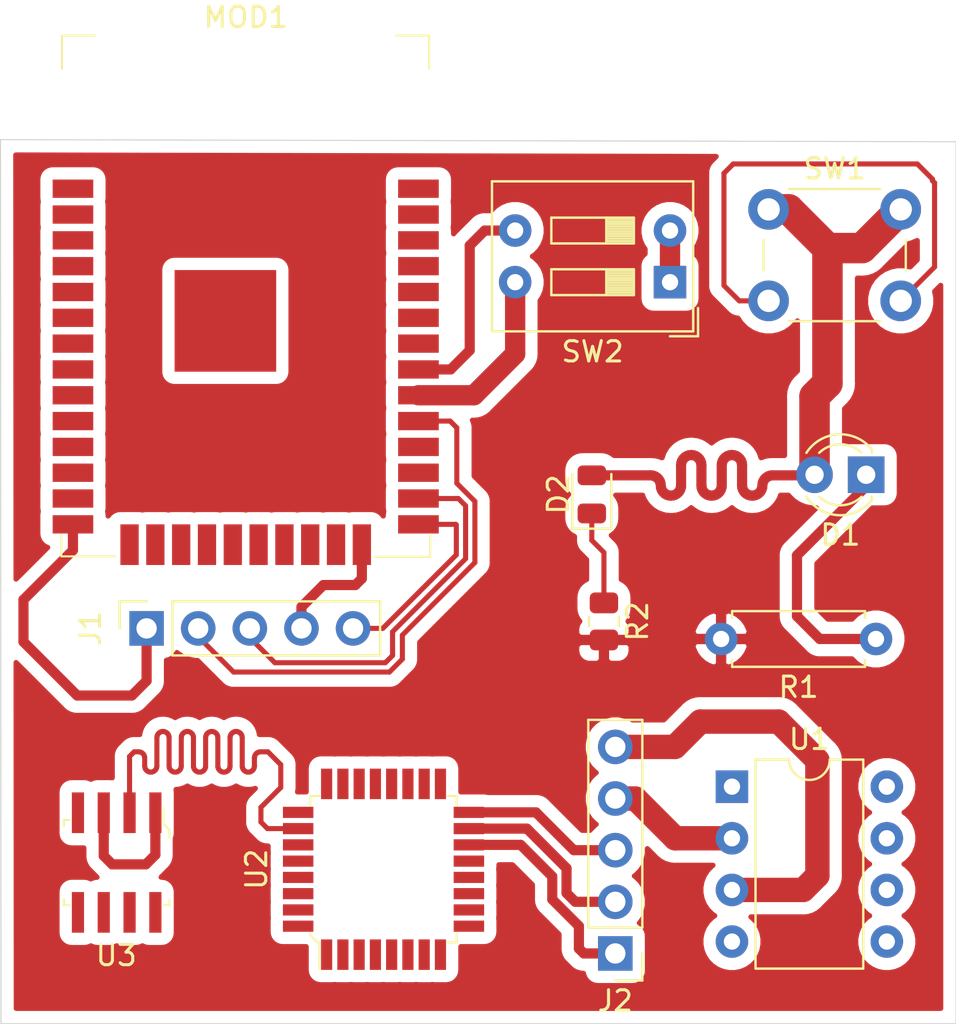
<source format=kicad_pcb>
(kicad_pcb (version 20171130) (host pcbnew "(5.1.8)-1")

  (general
    (thickness 1.6)
    (drawings 4)
    (tracks 352)
    (zones 0)
    (modules 12)
    (nets 87)
  )

  (page A4)
  (layers
    (0 F.Cu signal)
    (31 B.Cu signal)
    (32 B.Adhes user)
    (33 F.Adhes user)
    (34 B.Paste user)
    (35 F.Paste user)
    (36 B.SilkS user)
    (37 F.SilkS user)
    (38 B.Mask user)
    (39 F.Mask user)
    (40 Dwgs.User user)
    (41 Cmts.User user)
    (42 Eco1.User user)
    (43 Eco2.User user)
    (44 Edge.Cuts user)
    (45 Margin user)
    (46 B.CrtYd user)
    (47 F.CrtYd user)
    (48 B.Fab user)
    (49 F.Fab user)
  )

  (setup
    (last_trace_width 0.25)
    (user_trace_width 0.5)
    (user_trace_width 1)
    (user_trace_width 1.2)
    (user_trace_width 1.5)
    (trace_clearance 0.2)
    (zone_clearance 0.6)
    (zone_45_only no)
    (trace_min 0.2)
    (via_size 0.8)
    (via_drill 0.4)
    (via_min_size 0.4)
    (via_min_drill 0.3)
    (uvia_size 0.3)
    (uvia_drill 0.1)
    (uvias_allowed no)
    (uvia_min_size 0.2)
    (uvia_min_drill 0.1)
    (edge_width 0.05)
    (segment_width 0.2)
    (pcb_text_width 0.3)
    (pcb_text_size 1.5 1.5)
    (mod_edge_width 0.12)
    (mod_text_size 1 1)
    (mod_text_width 0.15)
    (pad_size 1.524 1.524)
    (pad_drill 0.762)
    (pad_to_mask_clearance 0)
    (aux_axis_origin 0 0)
    (visible_elements FFFFFF7F)
    (pcbplotparams
      (layerselection 0x010fc_ffffffff)
      (usegerberextensions true)
      (usegerberattributes true)
      (usegerberadvancedattributes true)
      (creategerberjobfile true)
      (excludeedgelayer true)
      (linewidth 0.100000)
      (plotframeref false)
      (viasonmask false)
      (mode 1)
      (useauxorigin false)
      (hpglpennumber 1)
      (hpglpenspeed 20)
      (hpglpendiameter 15.000000)
      (psnegative false)
      (psa4output false)
      (plotreference true)
      (plotvalue true)
      (plotinvisibletext false)
      (padsonsilk false)
      (subtractmaskfromsilk false)
      (outputformat 1)
      (mirror false)
      (drillshape 0)
      (scaleselection 1)
      (outputdirectory "gerber/"))
  )

  (net 0 "")
  (net 1 "Net-(D1-Pad1)")
  (net 2 "Net-(D1-Pad2)")
  (net 3 "Net-(D2-Pad1)")
  (net 4 "Net-(J1-Pad1)")
  (net 5 "Net-(J1-Pad2)")
  (net 6 "Net-(J1-Pad3)")
  (net 7 "Net-(J1-Pad4)")
  (net 8 "Net-(J1-Pad5)")
  (net 9 "Net-(J2-Pad1)")
  (net 10 "Net-(J2-Pad2)")
  (net 11 "Net-(J2-Pad3)")
  (net 12 "Net-(J2-Pad4)")
  (net 13 "Net-(J2-Pad5)")
  (net 14 "Net-(MOD1-Pad1)")
  (net 15 "Net-(MOD1-Pad15)")
  (net 16 "Net-(MOD1-Pad16)")
  (net 17 "Net-(MOD1-Pad17)")
  (net 18 "Net-(MOD1-Pad18)")
  (net 19 "Net-(MOD1-Pad19)")
  (net 20 "Net-(MOD1-Pad20)")
  (net 21 "Net-(MOD1-Pad21)")
  (net 22 "Net-(MOD1-Pad22)")
  (net 23 "Net-(MOD1-Pad23)")
  (net 24 "Net-(MOD1-Pad2)")
  (net 25 "Net-(MOD1-Pad3)")
  (net 26 "Net-(MOD1-Pad4)")
  (net 27 "Net-(MOD1-Pad5)")
  (net 28 "Net-(MOD1-Pad6)")
  (net 29 "Net-(MOD1-Pad7)")
  (net 30 "Net-(MOD1-Pad8)")
  (net 31 "Net-(MOD1-Pad9)")
  (net 32 "Net-(MOD1-Pad10)")
  (net 33 "Net-(MOD1-Pad11)")
  (net 34 "Net-(MOD1-Pad12)")
  (net 35 "Net-(MOD1-Pad13)")
  (net 36 "Net-(MOD1-Pad38)")
  (net 37 "Net-(MOD1-Pad37)")
  (net 38 "Net-(MOD1-Pad36)")
  (net 39 "Net-(MOD1-Pad35)")
  (net 40 "Net-(MOD1-Pad34)")
  (net 41 "Net-(MOD1-Pad33)")
  (net 42 "Net-(MOD1-Pad32)")
  (net 43 "Net-(MOD1-Pad31)")
  (net 44 "Net-(MOD1-Pad30)")
  (net 45 "Net-(MOD1-Pad28)")
  (net 46 "Net-(MOD1-Pad27)")
  (net 47 "Net-(MOD1-Pad39)")
  (net 48 GND)
  (net 49 "Net-(SW1-Pad2)")
  (net 50 VCC)
  (net 51 "Net-(U1-Pad1)")
  (net 52 "Net-(U1-Pad5)")
  (net 53 "Net-(U1-Pad6)")
  (net 54 "Net-(U1-Pad7)")
  (net 55 "Net-(U1-Pad4)")
  (net 56 "Net-(U1-Pad8)")
  (net 57 "Net-(U2-Pad9)")
  (net 58 "Net-(U2-Pad1)")
  (net 59 "Net-(U2-Pad2)")
  (net 60 "Net-(U2-Pad3)")
  (net 61 "Net-(U2-Pad4)")
  (net 62 "Net-(U2-Pad5)")
  (net 63 "Net-(U2-Pad6)")
  (net 64 "Net-(U2-Pad7)")
  (net 65 "Net-(U2-Pad8)")
  (net 66 "Net-(U2-Pad10)")
  (net 67 "Net-(U2-Pad11)")
  (net 68 "Net-(U2-Pad12)")
  (net 69 "Net-(U2-Pad13)")
  (net 70 "Net-(U2-Pad17)")
  (net 71 "Net-(U2-Pad18)")
  (net 72 "Net-(U2-Pad19)")
  (net 73 "Net-(U2-Pad20)")
  (net 74 "Net-(U2-Pad21)")
  (net 75 "Net-(U2-Pad22)")
  (net 76 "Net-(U2-Pad23)")
  (net 77 "Net-(U2-Pad24)")
  (net 78 "Net-(U2-Pad25)")
  (net 79 "Net-(U2-Pad26)")
  (net 80 "Net-(U2-Pad27)")
  (net 81 "Net-(U2-Pad28)")
  (net 82 "Net-(U2-Pad29)")
  (net 83 "Net-(U2-Pad30)")
  (net 84 "Net-(U2-Pad31)")
  (net 85 "Net-(U2-Pad32)")
  (net 86 "Net-(U3-Pad1)")

  (net_class Default "This is the default net class."
    (clearance 0.2)
    (trace_width 0.25)
    (via_dia 0.8)
    (via_drill 0.4)
    (uvia_dia 0.3)
    (uvia_drill 0.1)
    (add_net GND)
    (add_net "Net-(D1-Pad1)")
    (add_net "Net-(D1-Pad2)")
    (add_net "Net-(D2-Pad1)")
    (add_net "Net-(J1-Pad1)")
    (add_net "Net-(J1-Pad2)")
    (add_net "Net-(J1-Pad3)")
    (add_net "Net-(J1-Pad4)")
    (add_net "Net-(J1-Pad5)")
    (add_net "Net-(J2-Pad1)")
    (add_net "Net-(J2-Pad2)")
    (add_net "Net-(J2-Pad3)")
    (add_net "Net-(J2-Pad4)")
    (add_net "Net-(J2-Pad5)")
    (add_net "Net-(MOD1-Pad1)")
    (add_net "Net-(MOD1-Pad10)")
    (add_net "Net-(MOD1-Pad11)")
    (add_net "Net-(MOD1-Pad12)")
    (add_net "Net-(MOD1-Pad13)")
    (add_net "Net-(MOD1-Pad15)")
    (add_net "Net-(MOD1-Pad16)")
    (add_net "Net-(MOD1-Pad17)")
    (add_net "Net-(MOD1-Pad18)")
    (add_net "Net-(MOD1-Pad19)")
    (add_net "Net-(MOD1-Pad2)")
    (add_net "Net-(MOD1-Pad20)")
    (add_net "Net-(MOD1-Pad21)")
    (add_net "Net-(MOD1-Pad22)")
    (add_net "Net-(MOD1-Pad23)")
    (add_net "Net-(MOD1-Pad27)")
    (add_net "Net-(MOD1-Pad28)")
    (add_net "Net-(MOD1-Pad3)")
    (add_net "Net-(MOD1-Pad30)")
    (add_net "Net-(MOD1-Pad31)")
    (add_net "Net-(MOD1-Pad32)")
    (add_net "Net-(MOD1-Pad33)")
    (add_net "Net-(MOD1-Pad34)")
    (add_net "Net-(MOD1-Pad35)")
    (add_net "Net-(MOD1-Pad36)")
    (add_net "Net-(MOD1-Pad37)")
    (add_net "Net-(MOD1-Pad38)")
    (add_net "Net-(MOD1-Pad39)")
    (add_net "Net-(MOD1-Pad4)")
    (add_net "Net-(MOD1-Pad5)")
    (add_net "Net-(MOD1-Pad6)")
    (add_net "Net-(MOD1-Pad7)")
    (add_net "Net-(MOD1-Pad8)")
    (add_net "Net-(MOD1-Pad9)")
    (add_net "Net-(SW1-Pad2)")
    (add_net "Net-(U1-Pad1)")
    (add_net "Net-(U1-Pad4)")
    (add_net "Net-(U1-Pad5)")
    (add_net "Net-(U1-Pad6)")
    (add_net "Net-(U1-Pad7)")
    (add_net "Net-(U1-Pad8)")
    (add_net "Net-(U2-Pad1)")
    (add_net "Net-(U2-Pad10)")
    (add_net "Net-(U2-Pad11)")
    (add_net "Net-(U2-Pad12)")
    (add_net "Net-(U2-Pad13)")
    (add_net "Net-(U2-Pad17)")
    (add_net "Net-(U2-Pad18)")
    (add_net "Net-(U2-Pad19)")
    (add_net "Net-(U2-Pad2)")
    (add_net "Net-(U2-Pad20)")
    (add_net "Net-(U2-Pad21)")
    (add_net "Net-(U2-Pad22)")
    (add_net "Net-(U2-Pad23)")
    (add_net "Net-(U2-Pad24)")
    (add_net "Net-(U2-Pad25)")
    (add_net "Net-(U2-Pad26)")
    (add_net "Net-(U2-Pad27)")
    (add_net "Net-(U2-Pad28)")
    (add_net "Net-(U2-Pad29)")
    (add_net "Net-(U2-Pad3)")
    (add_net "Net-(U2-Pad30)")
    (add_net "Net-(U2-Pad31)")
    (add_net "Net-(U2-Pad32)")
    (add_net "Net-(U2-Pad4)")
    (add_net "Net-(U2-Pad5)")
    (add_net "Net-(U2-Pad6)")
    (add_net "Net-(U2-Pad7)")
    (add_net "Net-(U2-Pad8)")
    (add_net "Net-(U2-Pad9)")
    (add_net "Net-(U3-Pad1)")
    (add_net VCC)
  )

  (module LED_THT:LED_D3.0mm (layer F.Cu) (tedit 587A3A7B) (tstamp 60175190)
    (at 149.2504 61.3918 180)
    (descr "LED, diameter 3.0mm, 2 pins")
    (tags "LED diameter 3.0mm 2 pins")
    (path /60173743)
    (fp_text reference D1 (at 1.27 -2.96) (layer F.SilkS)
      (effects (font (size 1 1) (thickness 0.15)))
    )
    (fp_text value LED (at 1.27 2.96) (layer F.Fab)
      (effects (font (size 1 1) (thickness 0.15)))
    )
    (fp_line (start 3.7 -2.25) (end -1.15 -2.25) (layer F.CrtYd) (width 0.05))
    (fp_line (start 3.7 2.25) (end 3.7 -2.25) (layer F.CrtYd) (width 0.05))
    (fp_line (start -1.15 2.25) (end 3.7 2.25) (layer F.CrtYd) (width 0.05))
    (fp_line (start -1.15 -2.25) (end -1.15 2.25) (layer F.CrtYd) (width 0.05))
    (fp_line (start -0.29 1.08) (end -0.29 1.236) (layer F.SilkS) (width 0.12))
    (fp_line (start -0.29 -1.236) (end -0.29 -1.08) (layer F.SilkS) (width 0.12))
    (fp_line (start -0.23 -1.16619) (end -0.23 1.16619) (layer F.Fab) (width 0.1))
    (fp_circle (center 1.27 0) (end 2.77 0) (layer F.Fab) (width 0.1))
    (fp_arc (start 1.27 0) (end -0.23 -1.16619) (angle 284.3) (layer F.Fab) (width 0.1))
    (fp_arc (start 1.27 0) (end -0.29 -1.235516) (angle 108.8) (layer F.SilkS) (width 0.12))
    (fp_arc (start 1.27 0) (end -0.29 1.235516) (angle -108.8) (layer F.SilkS) (width 0.12))
    (fp_arc (start 1.27 0) (end 0.229039 -1.08) (angle 87.9) (layer F.SilkS) (width 0.12))
    (fp_arc (start 1.27 0) (end 0.229039 1.08) (angle -87.9) (layer F.SilkS) (width 0.12))
    (pad 1 thru_hole rect (at 0 0 180) (size 1.8 1.8) (drill 0.9) (layers *.Cu *.Mask)
      (net 1 "Net-(D1-Pad1)"))
    (pad 2 thru_hole circle (at 2.54 0 180) (size 1.8 1.8) (drill 0.9) (layers *.Cu *.Mask)
      (net 2 "Net-(D1-Pad2)"))
    (model ${KISYS3DMOD}/LED_THT.3dshapes/LED_D3.0mm.wrl
      (at (xyz 0 0 0))
      (scale (xyz 1 1 1))
      (rotate (xyz 0 0 0))
    )
  )

  (module LED_SMD:LED_0805_2012Metric (layer F.Cu) (tedit 5F68FEF1) (tstamp 60176334)
    (at 135.7503 62.357 90)
    (descr "LED SMD 0805 (2012 Metric), square (rectangular) end terminal, IPC_7351 nominal, (Body size source: https://docs.google.com/spreadsheets/d/1BsfQQcO9C6DZCsRaXUlFlo91Tg2WpOkGARC1WS5S8t0/edit?usp=sharing), generated with kicad-footprint-generator")
    (tags LED)
    (path /60172C91)
    (attr smd)
    (fp_text reference D2 (at 0 -1.65 90) (layer F.SilkS)
      (effects (font (size 1 1) (thickness 0.15)))
    )
    (fp_text value LED (at 0 1.65 90) (layer F.Fab)
      (effects (font (size 1 1) (thickness 0.15)))
    )
    (fp_line (start 1.68 0.95) (end -1.68 0.95) (layer F.CrtYd) (width 0.05))
    (fp_line (start 1.68 -0.95) (end 1.68 0.95) (layer F.CrtYd) (width 0.05))
    (fp_line (start -1.68 -0.95) (end 1.68 -0.95) (layer F.CrtYd) (width 0.05))
    (fp_line (start -1.68 0.95) (end -1.68 -0.95) (layer F.CrtYd) (width 0.05))
    (fp_line (start -1.685 0.96) (end 1 0.96) (layer F.SilkS) (width 0.12))
    (fp_line (start -1.685 -0.96) (end -1.685 0.96) (layer F.SilkS) (width 0.12))
    (fp_line (start 1 -0.96) (end -1.685 -0.96) (layer F.SilkS) (width 0.12))
    (fp_line (start 1 0.6) (end 1 -0.6) (layer F.Fab) (width 0.1))
    (fp_line (start -1 0.6) (end 1 0.6) (layer F.Fab) (width 0.1))
    (fp_line (start -1 -0.3) (end -1 0.6) (layer F.Fab) (width 0.1))
    (fp_line (start -0.7 -0.6) (end -1 -0.3) (layer F.Fab) (width 0.1))
    (fp_line (start 1 -0.6) (end -0.7 -0.6) (layer F.Fab) (width 0.1))
    (fp_text user %R (at 0 0 90) (layer F.Fab)
      (effects (font (size 0.5 0.5) (thickness 0.08)))
    )
    (pad 1 smd roundrect (at -0.9375 0 90) (size 0.975 1.4) (layers F.Cu F.Paste F.Mask) (roundrect_rratio 0.25)
      (net 3 "Net-(D2-Pad1)"))
    (pad 2 smd roundrect (at 0.9375 0 90) (size 0.975 1.4) (layers F.Cu F.Paste F.Mask) (roundrect_rratio 0.25)
      (net 2 "Net-(D1-Pad2)"))
    (model ${KISYS3DMOD}/LED_SMD.3dshapes/LED_0805_2012Metric.wrl
      (at (xyz 0 0 0))
      (scale (xyz 1 1 1))
      (rotate (xyz 0 0 0))
    )
  )

  (module Connector_PinSocket_2.54mm:PinSocket_1x05_P2.54mm_Vertical (layer F.Cu) (tedit 5A19A420) (tstamp 601751BC)
    (at 113.8428 68.9483 90)
    (descr "Through hole straight socket strip, 1x05, 2.54mm pitch, single row (from Kicad 4.0.7), script generated")
    (tags "Through hole socket strip THT 1x05 2.54mm single row")
    (path /60178ED6)
    (fp_text reference J1 (at 0 -2.77 90) (layer F.SilkS)
      (effects (font (size 1 1) (thickness 0.15)))
    )
    (fp_text value Conn_01x05_Female (at 0 12.93 90) (layer F.Fab)
      (effects (font (size 1 1) (thickness 0.15)))
    )
    (fp_line (start -1.8 11.9) (end -1.8 -1.8) (layer F.CrtYd) (width 0.05))
    (fp_line (start 1.75 11.9) (end -1.8 11.9) (layer F.CrtYd) (width 0.05))
    (fp_line (start 1.75 -1.8) (end 1.75 11.9) (layer F.CrtYd) (width 0.05))
    (fp_line (start -1.8 -1.8) (end 1.75 -1.8) (layer F.CrtYd) (width 0.05))
    (fp_line (start 0 -1.33) (end 1.33 -1.33) (layer F.SilkS) (width 0.12))
    (fp_line (start 1.33 -1.33) (end 1.33 0) (layer F.SilkS) (width 0.12))
    (fp_line (start 1.33 1.27) (end 1.33 11.49) (layer F.SilkS) (width 0.12))
    (fp_line (start -1.33 11.49) (end 1.33 11.49) (layer F.SilkS) (width 0.12))
    (fp_line (start -1.33 1.27) (end -1.33 11.49) (layer F.SilkS) (width 0.12))
    (fp_line (start -1.33 1.27) (end 1.33 1.27) (layer F.SilkS) (width 0.12))
    (fp_line (start -1.27 11.43) (end -1.27 -1.27) (layer F.Fab) (width 0.1))
    (fp_line (start 1.27 11.43) (end -1.27 11.43) (layer F.Fab) (width 0.1))
    (fp_line (start 1.27 -0.635) (end 1.27 11.43) (layer F.Fab) (width 0.1))
    (fp_line (start 0.635 -1.27) (end 1.27 -0.635) (layer F.Fab) (width 0.1))
    (fp_line (start -1.27 -1.27) (end 0.635 -1.27) (layer F.Fab) (width 0.1))
    (fp_text user %R (at 0 5.08) (layer F.Fab)
      (effects (font (size 1 1) (thickness 0.15)))
    )
    (pad 1 thru_hole rect (at 0 0 90) (size 1.7 1.7) (drill 1) (layers *.Cu *.Mask)
      (net 4 "Net-(J1-Pad1)"))
    (pad 2 thru_hole oval (at 0 2.54 90) (size 1.7 1.7) (drill 1) (layers *.Cu *.Mask)
      (net 5 "Net-(J1-Pad2)"))
    (pad 3 thru_hole oval (at 0 5.08 90) (size 1.7 1.7) (drill 1) (layers *.Cu *.Mask)
      (net 6 "Net-(J1-Pad3)"))
    (pad 4 thru_hole oval (at 0 7.62 90) (size 1.7 1.7) (drill 1) (layers *.Cu *.Mask)
      (net 7 "Net-(J1-Pad4)"))
    (pad 5 thru_hole oval (at 0 10.16 90) (size 1.7 1.7) (drill 1) (layers *.Cu *.Mask)
      (net 8 "Net-(J1-Pad5)"))
    (model ${KISYS3DMOD}/Connector_PinSocket_2.54mm.3dshapes/PinSocket_1x05_P2.54mm_Vertical.wrl
      (at (xyz 0 0 0))
      (scale (xyz 1 1 1))
      (rotate (xyz 0 0 0))
    )
  )

  (module Connector_PinHeader_2.54mm:PinHeader_1x05_P2.54mm_Vertical (layer F.Cu) (tedit 59FED5CC) (tstamp 601751D5)
    (at 136.906 84.9376 180)
    (descr "Through hole straight pin header, 1x05, 2.54mm pitch, single row")
    (tags "Through hole pin header THT 1x05 2.54mm single row")
    (path /60179AFC)
    (fp_text reference J2 (at 0 -2.33) (layer F.SilkS)
      (effects (font (size 1 1) (thickness 0.15)))
    )
    (fp_text value Conn_01x05_Male (at 0 12.49) (layer F.Fab)
      (effects (font (size 1 1) (thickness 0.15)))
    )
    (fp_line (start 1.8 -1.8) (end -1.8 -1.8) (layer F.CrtYd) (width 0.05))
    (fp_line (start 1.8 11.95) (end 1.8 -1.8) (layer F.CrtYd) (width 0.05))
    (fp_line (start -1.8 11.95) (end 1.8 11.95) (layer F.CrtYd) (width 0.05))
    (fp_line (start -1.8 -1.8) (end -1.8 11.95) (layer F.CrtYd) (width 0.05))
    (fp_line (start -1.33 -1.33) (end 0 -1.33) (layer F.SilkS) (width 0.12))
    (fp_line (start -1.33 0) (end -1.33 -1.33) (layer F.SilkS) (width 0.12))
    (fp_line (start -1.33 1.27) (end 1.33 1.27) (layer F.SilkS) (width 0.12))
    (fp_line (start 1.33 1.27) (end 1.33 11.49) (layer F.SilkS) (width 0.12))
    (fp_line (start -1.33 1.27) (end -1.33 11.49) (layer F.SilkS) (width 0.12))
    (fp_line (start -1.33 11.49) (end 1.33 11.49) (layer F.SilkS) (width 0.12))
    (fp_line (start -1.27 -0.635) (end -0.635 -1.27) (layer F.Fab) (width 0.1))
    (fp_line (start -1.27 11.43) (end -1.27 -0.635) (layer F.Fab) (width 0.1))
    (fp_line (start 1.27 11.43) (end -1.27 11.43) (layer F.Fab) (width 0.1))
    (fp_line (start 1.27 -1.27) (end 1.27 11.43) (layer F.Fab) (width 0.1))
    (fp_line (start -0.635 -1.27) (end 1.27 -1.27) (layer F.Fab) (width 0.1))
    (fp_text user %R (at 0 5.08 90) (layer F.Fab)
      (effects (font (size 1 1) (thickness 0.15)))
    )
    (pad 1 thru_hole rect (at 0 0 180) (size 1.7 1.7) (drill 1) (layers *.Cu *.Mask)
      (net 9 "Net-(J2-Pad1)"))
    (pad 2 thru_hole oval (at 0 2.54 180) (size 1.7 1.7) (drill 1) (layers *.Cu *.Mask)
      (net 10 "Net-(J2-Pad2)"))
    (pad 3 thru_hole oval (at 0 5.08 180) (size 1.7 1.7) (drill 1) (layers *.Cu *.Mask)
      (net 11 "Net-(J2-Pad3)"))
    (pad 4 thru_hole oval (at 0 7.62 180) (size 1.7 1.7) (drill 1) (layers *.Cu *.Mask)
      (net 12 "Net-(J2-Pad4)"))
    (pad 5 thru_hole oval (at 0 10.16 180) (size 1.7 1.7) (drill 1) (layers *.Cu *.Mask)
      (net 13 "Net-(J2-Pad5)"))
    (model ${KISYS3DMOD}/Connector_PinHeader_2.54mm.3dshapes/PinHeader_1x05_P2.54mm_Vertical.wrl
      (at (xyz 0 0 0))
      (scale (xyz 1 1 1))
      (rotate (xyz 0 0 0))
    )
  )

  (module digikey-footprints:ESP32-WROOM-32D (layer F.Cu) (tedit 5D288F29) (tstamp 60175211)
    (at 118.7196 55.5752)
    (path /601754DD)
    (attr smd)
    (fp_text reference MOD1 (at 0.01 -16.69) (layer F.SilkS)
      (effects (font (size 1 1) (thickness 0.15)))
    )
    (fp_text value ESP32-WROOM-32 (at 0 11.88) (layer F.Fab)
      (effects (font (size 1 1) (thickness 0.15)))
    )
    (fp_line (start 9 -15.748) (end 9 9.755) (layer F.Fab) (width 0.1))
    (fp_line (start -9 -15.745) (end 9 -15.745) (layer F.Fab) (width 0.1))
    (fp_line (start -9 -15.748) (end -9 9.755) (layer F.Fab) (width 0.1))
    (fp_line (start -9 9.755) (end 9 9.755) (layer F.Fab) (width 0.1))
    (fp_line (start -9.07 9.83) (end -6.42 9.83) (layer F.SilkS) (width 0.1))
    (fp_line (start -9.07 8.78) (end -9.07 9.83) (layer F.SilkS) (width 0.1))
    (fp_line (start 9.08 9.85) (end 6.38 9.85) (layer F.SilkS) (width 0.1))
    (fp_line (start 9.08 8.81) (end 9.08 9.85) (layer F.SilkS) (width 0.1))
    (fp_line (start -9.04 -15.79) (end -7.41 -15.79) (layer F.SilkS) (width 0.1))
    (fp_line (start -9.04 -14.16) (end -9.04 -15.79) (layer F.SilkS) (width 0.1))
    (fp_line (start 9.03 -15.79) (end 7.39 -15.79) (layer F.SilkS) (width 0.1))
    (fp_line (start 9.03 -14.17) (end 9.03 -15.79) (layer F.SilkS) (width 0.1))
    (fp_line (start 9.74 -16.04) (end -9.74 -16.04) (layer F.CrtYd) (width 0.1))
    (fp_line (start -9.77 -16.04) (end -9.77 10.47) (layer F.CrtYd) (width 0.1))
    (fp_line (start -9.77 10.47) (end 9.73 10.46) (layer F.CrtYd) (width 0.1))
    (fp_line (start 9.74 10.46) (end 9.74 -16.02) (layer F.CrtYd) (width 0.1))
    (fp_text user REF** (at 0.01 -5.37) (layer F.Fab)
      (effects (font (size 1 1) (thickness 0.15)))
    )
    (pad 1 smd rect (at -8.5 -8.255) (size 2 0.9) (layers F.Cu F.Paste F.Mask)
      (net 14 "Net-(MOD1-Pad1)"))
    (pad 15 smd rect (at -5.715 9.255 90) (size 2 0.9) (layers F.Cu F.Paste F.Mask)
      (net 15 "Net-(MOD1-Pad15)"))
    (pad 16 smd rect (at -4.445 9.255 90) (size 2 0.9) (layers F.Cu F.Paste F.Mask)
      (net 16 "Net-(MOD1-Pad16)"))
    (pad 17 smd rect (at -3.175 9.255 90) (size 2 0.9) (layers F.Cu F.Paste F.Mask)
      (net 17 "Net-(MOD1-Pad17)"))
    (pad 18 smd rect (at -1.905 9.255 90) (size 2 0.9) (layers F.Cu F.Paste F.Mask)
      (net 18 "Net-(MOD1-Pad18)"))
    (pad 19 smd rect (at -0.635 9.255 90) (size 2 0.9) (layers F.Cu F.Paste F.Mask)
      (net 19 "Net-(MOD1-Pad19)"))
    (pad 20 smd rect (at 0.635 9.255 90) (size 2 0.9) (layers F.Cu F.Paste F.Mask)
      (net 20 "Net-(MOD1-Pad20)"))
    (pad 21 smd rect (at 1.905 9.255 90) (size 2 0.9) (layers F.Cu F.Paste F.Mask)
      (net 21 "Net-(MOD1-Pad21)"))
    (pad 22 smd rect (at 3.175 9.255 90) (size 2 0.9) (layers F.Cu F.Paste F.Mask)
      (net 22 "Net-(MOD1-Pad22)"))
    (pad 23 smd rect (at 4.445 9.255 90) (size 2 0.9) (layers F.Cu F.Paste F.Mask)
      (net 23 "Net-(MOD1-Pad23)"))
    (pad 24 smd rect (at 5.715 9.255 90) (size 2 0.9) (layers F.Cu F.Paste F.Mask)
      (net 7 "Net-(J1-Pad4)"))
    (pad 2 smd rect (at -8.5 -6.985) (size 2 0.9) (layers F.Cu F.Paste F.Mask)
      (net 24 "Net-(MOD1-Pad2)"))
    (pad 3 smd rect (at -8.5 -5.715) (size 2 0.9) (layers F.Cu F.Paste F.Mask)
      (net 25 "Net-(MOD1-Pad3)"))
    (pad 4 smd rect (at -8.5 -4.445) (size 2 0.9) (layers F.Cu F.Paste F.Mask)
      (net 26 "Net-(MOD1-Pad4)"))
    (pad 5 smd rect (at -8.5 -3.175) (size 2 0.9) (layers F.Cu F.Paste F.Mask)
      (net 27 "Net-(MOD1-Pad5)"))
    (pad 6 smd rect (at -8.5 -1.905) (size 2 0.9) (layers F.Cu F.Paste F.Mask)
      (net 28 "Net-(MOD1-Pad6)"))
    (pad 7 smd rect (at -8.5 -0.635) (size 2 0.9) (layers F.Cu F.Paste F.Mask)
      (net 29 "Net-(MOD1-Pad7)"))
    (pad 8 smd rect (at -8.5 0.635) (size 2 0.9) (layers F.Cu F.Paste F.Mask)
      (net 30 "Net-(MOD1-Pad8)"))
    (pad 9 smd rect (at -8.5 1.905) (size 2 0.9) (layers F.Cu F.Paste F.Mask)
      (net 31 "Net-(MOD1-Pad9)"))
    (pad 10 smd rect (at -8.5 3.175) (size 2 0.9) (layers F.Cu F.Paste F.Mask)
      (net 32 "Net-(MOD1-Pad10)"))
    (pad 11 smd rect (at -8.5 4.445) (size 2 0.9) (layers F.Cu F.Paste F.Mask)
      (net 33 "Net-(MOD1-Pad11)"))
    (pad 12 smd rect (at -8.5 5.715) (size 2 0.9) (layers F.Cu F.Paste F.Mask)
      (net 34 "Net-(MOD1-Pad12)"))
    (pad 13 smd rect (at -8.5 6.985) (size 2 0.9) (layers F.Cu F.Paste F.Mask)
      (net 35 "Net-(MOD1-Pad13)"))
    (pad 14 smd rect (at -8.5 8.255) (size 2 0.9) (layers F.Cu F.Paste F.Mask)
      (net 4 "Net-(J1-Pad1)"))
    (pad 38 smd rect (at 8.5 -8.255) (size 2 0.9) (layers F.Cu F.Paste F.Mask)
      (net 36 "Net-(MOD1-Pad38)"))
    (pad 37 smd rect (at 8.5 -6.985) (size 2 0.9) (layers F.Cu F.Paste F.Mask)
      (net 37 "Net-(MOD1-Pad37)"))
    (pad 36 smd rect (at 8.5 -5.715) (size 2 0.9) (layers F.Cu F.Paste F.Mask)
      (net 38 "Net-(MOD1-Pad36)"))
    (pad 35 smd rect (at 8.5 -4.445) (size 2 0.9) (layers F.Cu F.Paste F.Mask)
      (net 39 "Net-(MOD1-Pad35)"))
    (pad 34 smd rect (at 8.5 -3.175) (size 2 0.9) (layers F.Cu F.Paste F.Mask)
      (net 40 "Net-(MOD1-Pad34)"))
    (pad 33 smd rect (at 8.5 -1.905) (size 2 0.9) (layers F.Cu F.Paste F.Mask)
      (net 41 "Net-(MOD1-Pad33)"))
    (pad 32 smd rect (at 8.5 -0.635) (size 2 0.9) (layers F.Cu F.Paste F.Mask)
      (net 42 "Net-(MOD1-Pad32)"))
    (pad 31 smd rect (at 8.5 0.635) (size 2 0.9) (layers F.Cu F.Paste F.Mask)
      (net 43 "Net-(MOD1-Pad31)"))
    (pad 30 smd rect (at 8.5 1.905) (size 2 0.9) (layers F.Cu F.Paste F.Mask)
      (net 44 "Net-(MOD1-Pad30)"))
    (pad 29 smd rect (at 8.5 3.175) (size 2 0.9) (layers F.Cu F.Paste F.Mask)
      (net 5 "Net-(J1-Pad2)"))
    (pad 28 smd rect (at 8.5 4.445) (size 2 0.9) (layers F.Cu F.Paste F.Mask)
      (net 45 "Net-(MOD1-Pad28)"))
    (pad 27 smd rect (at 8.5 5.715) (size 2 0.9) (layers F.Cu F.Paste F.Mask)
      (net 46 "Net-(MOD1-Pad27)"))
    (pad 26 smd rect (at 8.5 6.985) (size 2 0.9) (layers F.Cu F.Paste F.Mask)
      (net 6 "Net-(J1-Pad3)"))
    (pad 25 smd rect (at 8.5 8.255) (size 2 0.9) (layers F.Cu F.Paste F.Mask)
      (net 8 "Net-(J1-Pad5)"))
    (pad 39 smd rect (at -1 -1.755) (size 5 5) (layers F.Cu F.Paste F.Mask)
      (net 47 "Net-(MOD1-Pad39)"))
  )

  (module Resistor_THT:R_Axial_DIN0207_L6.3mm_D2.5mm_P7.62mm_Horizontal (layer F.Cu) (tedit 5AE5139B) (tstamp 60175228)
    (at 149.733 69.469 180)
    (descr "Resistor, Axial_DIN0207 series, Axial, Horizontal, pin pitch=7.62mm, 0.25W = 1/4W, length*diameter=6.3*2.5mm^2, http://cdn-reichelt.de/documents/datenblatt/B400/1_4W%23YAG.pdf")
    (tags "Resistor Axial_DIN0207 series Axial Horizontal pin pitch 7.62mm 0.25W = 1/4W length 6.3mm diameter 2.5mm")
    (path /6016F80A)
    (fp_text reference R1 (at 3.81 -2.37) (layer F.SilkS)
      (effects (font (size 1 1) (thickness 0.15)))
    )
    (fp_text value R (at 3.81 2.37) (layer F.Fab)
      (effects (font (size 1 1) (thickness 0.15)))
    )
    (fp_line (start 8.67 -1.5) (end -1.05 -1.5) (layer F.CrtYd) (width 0.05))
    (fp_line (start 8.67 1.5) (end 8.67 -1.5) (layer F.CrtYd) (width 0.05))
    (fp_line (start -1.05 1.5) (end 8.67 1.5) (layer F.CrtYd) (width 0.05))
    (fp_line (start -1.05 -1.5) (end -1.05 1.5) (layer F.CrtYd) (width 0.05))
    (fp_line (start 7.08 1.37) (end 7.08 1.04) (layer F.SilkS) (width 0.12))
    (fp_line (start 0.54 1.37) (end 7.08 1.37) (layer F.SilkS) (width 0.12))
    (fp_line (start 0.54 1.04) (end 0.54 1.37) (layer F.SilkS) (width 0.12))
    (fp_line (start 7.08 -1.37) (end 7.08 -1.04) (layer F.SilkS) (width 0.12))
    (fp_line (start 0.54 -1.37) (end 7.08 -1.37) (layer F.SilkS) (width 0.12))
    (fp_line (start 0.54 -1.04) (end 0.54 -1.37) (layer F.SilkS) (width 0.12))
    (fp_line (start 7.62 0) (end 6.96 0) (layer F.Fab) (width 0.1))
    (fp_line (start 0 0) (end 0.66 0) (layer F.Fab) (width 0.1))
    (fp_line (start 6.96 -1.25) (end 0.66 -1.25) (layer F.Fab) (width 0.1))
    (fp_line (start 6.96 1.25) (end 6.96 -1.25) (layer F.Fab) (width 0.1))
    (fp_line (start 0.66 1.25) (end 6.96 1.25) (layer F.Fab) (width 0.1))
    (fp_line (start 0.66 -1.25) (end 0.66 1.25) (layer F.Fab) (width 0.1))
    (fp_text user %R (at 3.81 0) (layer F.Fab)
      (effects (font (size 1 1) (thickness 0.15)))
    )
    (pad 1 thru_hole circle (at 0 0 180) (size 1.6 1.6) (drill 0.8) (layers *.Cu *.Mask)
      (net 1 "Net-(D1-Pad1)"))
    (pad 2 thru_hole oval (at 7.62 0 180) (size 1.6 1.6) (drill 0.8) (layers *.Cu *.Mask)
      (net 48 GND))
    (model ${KISYS3DMOD}/Resistor_THT.3dshapes/R_Axial_DIN0207_L6.3mm_D2.5mm_P7.62mm_Horizontal.wrl
      (at (xyz 0 0 0))
      (scale (xyz 1 1 1))
      (rotate (xyz 0 0 0))
    )
  )

  (module Resistor_SMD:R_0805_2012Metric (layer F.Cu) (tedit 5F68FEEE) (tstamp 60175239)
    (at 136.3472 68.6054 270)
    (descr "Resistor SMD 0805 (2012 Metric), square (rectangular) end terminal, IPC_7351 nominal, (Body size source: IPC-SM-782 page 72, https://www.pcb-3d.com/wordpress/wp-content/uploads/ipc-sm-782a_amendment_1_and_2.pdf), generated with kicad-footprint-generator")
    (tags resistor)
    (path /6016FB89)
    (attr smd)
    (fp_text reference R2 (at 0 -1.65 90) (layer F.SilkS)
      (effects (font (size 1 1) (thickness 0.15)))
    )
    (fp_text value R (at 0 1.65 90) (layer F.Fab)
      (effects (font (size 1 1) (thickness 0.15)))
    )
    (fp_line (start 1.68 0.95) (end -1.68 0.95) (layer F.CrtYd) (width 0.05))
    (fp_line (start 1.68 -0.95) (end 1.68 0.95) (layer F.CrtYd) (width 0.05))
    (fp_line (start -1.68 -0.95) (end 1.68 -0.95) (layer F.CrtYd) (width 0.05))
    (fp_line (start -1.68 0.95) (end -1.68 -0.95) (layer F.CrtYd) (width 0.05))
    (fp_line (start -0.227064 0.735) (end 0.227064 0.735) (layer F.SilkS) (width 0.12))
    (fp_line (start -0.227064 -0.735) (end 0.227064 -0.735) (layer F.SilkS) (width 0.12))
    (fp_line (start 1 0.625) (end -1 0.625) (layer F.Fab) (width 0.1))
    (fp_line (start 1 -0.625) (end 1 0.625) (layer F.Fab) (width 0.1))
    (fp_line (start -1 -0.625) (end 1 -0.625) (layer F.Fab) (width 0.1))
    (fp_line (start -1 0.625) (end -1 -0.625) (layer F.Fab) (width 0.1))
    (fp_text user %R (at 0 0 90) (layer F.Fab)
      (effects (font (size 0.5 0.5) (thickness 0.08)))
    )
    (pad 1 smd roundrect (at -0.9125 0 270) (size 1.025 1.4) (layers F.Cu F.Paste F.Mask) (roundrect_rratio 0.2439014634146341)
      (net 3 "Net-(D2-Pad1)"))
    (pad 2 smd roundrect (at 0.9125 0 270) (size 1.025 1.4) (layers F.Cu F.Paste F.Mask) (roundrect_rratio 0.2439014634146341)
      (net 48 GND))
    (model ${KISYS3DMOD}/Resistor_SMD.3dshapes/R_0805_2012Metric.wrl
      (at (xyz 0 0 0))
      (scale (xyz 1 1 1))
      (rotate (xyz 0 0 0))
    )
  )

  (module Button_Switch_THT:SW_PUSH_6mm_H8.5mm (layer F.Cu) (tedit 5A02FE31) (tstamp 60175F1F)
    (at 144.4498 48.3362)
    (descr "tactile push button, 6x6mm e.g. PHAP33xx series, height=8.5mm")
    (tags "tact sw push 6mm")
    (path /6017AE92)
    (fp_text reference SW1 (at 3.25 -2) (layer F.SilkS)
      (effects (font (size 1 1) (thickness 0.15)))
    )
    (fp_text value SW_MEC_5E (at 3.75 6.7) (layer F.Fab)
      (effects (font (size 1 1) (thickness 0.15)))
    )
    (fp_circle (center 3.25 2.25) (end 1.25 2.5) (layer F.Fab) (width 0.1))
    (fp_line (start 6.75 3) (end 6.75 1.5) (layer F.SilkS) (width 0.12))
    (fp_line (start 5.5 -1) (end 1 -1) (layer F.SilkS) (width 0.12))
    (fp_line (start -0.25 1.5) (end -0.25 3) (layer F.SilkS) (width 0.12))
    (fp_line (start 1 5.5) (end 5.5 5.5) (layer F.SilkS) (width 0.12))
    (fp_line (start 8 -1.25) (end 8 5.75) (layer F.CrtYd) (width 0.05))
    (fp_line (start 7.75 6) (end -1.25 6) (layer F.CrtYd) (width 0.05))
    (fp_line (start -1.5 5.75) (end -1.5 -1.25) (layer F.CrtYd) (width 0.05))
    (fp_line (start -1.25 -1.5) (end 7.75 -1.5) (layer F.CrtYd) (width 0.05))
    (fp_line (start -1.5 6) (end -1.25 6) (layer F.CrtYd) (width 0.05))
    (fp_line (start -1.5 5.75) (end -1.5 6) (layer F.CrtYd) (width 0.05))
    (fp_line (start -1.5 -1.5) (end -1.25 -1.5) (layer F.CrtYd) (width 0.05))
    (fp_line (start -1.5 -1.25) (end -1.5 -1.5) (layer F.CrtYd) (width 0.05))
    (fp_line (start 8 -1.5) (end 8 -1.25) (layer F.CrtYd) (width 0.05))
    (fp_line (start 7.75 -1.5) (end 8 -1.5) (layer F.CrtYd) (width 0.05))
    (fp_line (start 8 6) (end 8 5.75) (layer F.CrtYd) (width 0.05))
    (fp_line (start 7.75 6) (end 8 6) (layer F.CrtYd) (width 0.05))
    (fp_line (start 0.25 -0.75) (end 3.25 -0.75) (layer F.Fab) (width 0.1))
    (fp_line (start 0.25 5.25) (end 0.25 -0.75) (layer F.Fab) (width 0.1))
    (fp_line (start 6.25 5.25) (end 0.25 5.25) (layer F.Fab) (width 0.1))
    (fp_line (start 6.25 -0.75) (end 6.25 5.25) (layer F.Fab) (width 0.1))
    (fp_line (start 3.25 -0.75) (end 6.25 -0.75) (layer F.Fab) (width 0.1))
    (fp_text user %R (at 3.25 2.25) (layer F.Fab)
      (effects (font (size 1 1) (thickness 0.15)))
    )
    (pad 2 thru_hole circle (at 0 4.5 90) (size 2 2) (drill 1.1) (layers *.Cu *.Mask)
      (net 49 "Net-(SW1-Pad2)"))
    (pad 1 thru_hole circle (at 0 0 90) (size 2 2) (drill 1.1) (layers *.Cu *.Mask)
      (net 2 "Net-(D1-Pad2)"))
    (pad 2 thru_hole circle (at 6.5 4.5 90) (size 2 2) (drill 1.1) (layers *.Cu *.Mask)
      (net 49 "Net-(SW1-Pad2)"))
    (pad 1 thru_hole circle (at 6.5 0 90) (size 2 2) (drill 1.1) (layers *.Cu *.Mask)
      (net 2 "Net-(D1-Pad2)"))
    (model ${KISYS3DMOD}/Button_Switch_THT.3dshapes/SW_PUSH_6mm_H8.5mm.wrl
      (at (xyz 0 0 0))
      (scale (xyz 1 1 1))
      (rotate (xyz 0 0 0))
    )
  )

  (module Button_Switch_THT:SW_DIP_SPSTx02_Slide_9.78x7.26mm_W7.62mm_P2.54mm (layer F.Cu) (tedit 5A4E1404) (tstamp 601752B1)
    (at 139.5984 51.9176 180)
    (descr "2x-dip-switch SPST , Slide, row spacing 7.62 mm (300 mils), body size 9.78x7.26mm (see e.g. https://www.ctscorp.com/wp-content/uploads/206-208.pdf)")
    (tags "DIP Switch SPST Slide 7.62mm 300mil")
    (path /6017B4E0)
    (fp_text reference SW2 (at 3.81 -3.42) (layer F.SilkS)
      (effects (font (size 1 1) (thickness 0.15)))
    )
    (fp_text value SW_DIP_x02 (at 3.81 5.96) (layer F.Fab)
      (effects (font (size 1 1) (thickness 0.15)))
    )
    (fp_line (start 8.95 -2.7) (end -1.35 -2.7) (layer F.CrtYd) (width 0.05))
    (fp_line (start 8.95 5.25) (end 8.95 -2.7) (layer F.CrtYd) (width 0.05))
    (fp_line (start -1.35 5.25) (end 8.95 5.25) (layer F.CrtYd) (width 0.05))
    (fp_line (start -1.35 -2.7) (end -1.35 5.25) (layer F.CrtYd) (width 0.05))
    (fp_line (start 3.133333 1.905) (end 3.133333 3.175) (layer F.SilkS) (width 0.12))
    (fp_line (start 1.78 3.105) (end 3.133333 3.105) (layer F.SilkS) (width 0.12))
    (fp_line (start 1.78 2.985) (end 3.133333 2.985) (layer F.SilkS) (width 0.12))
    (fp_line (start 1.78 2.865) (end 3.133333 2.865) (layer F.SilkS) (width 0.12))
    (fp_line (start 1.78 2.745) (end 3.133333 2.745) (layer F.SilkS) (width 0.12))
    (fp_line (start 1.78 2.625) (end 3.133333 2.625) (layer F.SilkS) (width 0.12))
    (fp_line (start 1.78 2.505) (end 3.133333 2.505) (layer F.SilkS) (width 0.12))
    (fp_line (start 1.78 2.385) (end 3.133333 2.385) (layer F.SilkS) (width 0.12))
    (fp_line (start 1.78 2.265) (end 3.133333 2.265) (layer F.SilkS) (width 0.12))
    (fp_line (start 1.78 2.145) (end 3.133333 2.145) (layer F.SilkS) (width 0.12))
    (fp_line (start 1.78 2.025) (end 3.133333 2.025) (layer F.SilkS) (width 0.12))
    (fp_line (start 5.84 1.905) (end 1.78 1.905) (layer F.SilkS) (width 0.12))
    (fp_line (start 5.84 3.175) (end 5.84 1.905) (layer F.SilkS) (width 0.12))
    (fp_line (start 1.78 3.175) (end 5.84 3.175) (layer F.SilkS) (width 0.12))
    (fp_line (start 1.78 1.905) (end 1.78 3.175) (layer F.SilkS) (width 0.12))
    (fp_line (start 3.133333 -0.635) (end 3.133333 0.635) (layer F.SilkS) (width 0.12))
    (fp_line (start 1.78 0.565) (end 3.133333 0.565) (layer F.SilkS) (width 0.12))
    (fp_line (start 1.78 0.445) (end 3.133333 0.445) (layer F.SilkS) (width 0.12))
    (fp_line (start 1.78 0.325) (end 3.133333 0.325) (layer F.SilkS) (width 0.12))
    (fp_line (start 1.78 0.205) (end 3.133333 0.205) (layer F.SilkS) (width 0.12))
    (fp_line (start 1.78 0.085) (end 3.133333 0.085) (layer F.SilkS) (width 0.12))
    (fp_line (start 1.78 -0.035) (end 3.133333 -0.035) (layer F.SilkS) (width 0.12))
    (fp_line (start 1.78 -0.155) (end 3.133333 -0.155) (layer F.SilkS) (width 0.12))
    (fp_line (start 1.78 -0.275) (end 3.133333 -0.275) (layer F.SilkS) (width 0.12))
    (fp_line (start 1.78 -0.395) (end 3.133333 -0.395) (layer F.SilkS) (width 0.12))
    (fp_line (start 1.78 -0.515) (end 3.133333 -0.515) (layer F.SilkS) (width 0.12))
    (fp_line (start 5.84 -0.635) (end 1.78 -0.635) (layer F.SilkS) (width 0.12))
    (fp_line (start 5.84 0.635) (end 5.84 -0.635) (layer F.SilkS) (width 0.12))
    (fp_line (start 1.78 0.635) (end 5.84 0.635) (layer F.SilkS) (width 0.12))
    (fp_line (start 1.78 -0.635) (end 1.78 0.635) (layer F.SilkS) (width 0.12))
    (fp_line (start -1.38 -2.66) (end -1.38 -1.277) (layer F.SilkS) (width 0.12))
    (fp_line (start -1.38 -2.66) (end 0.004 -2.66) (layer F.SilkS) (width 0.12))
    (fp_line (start 8.76 -2.42) (end 8.76 4.96) (layer F.SilkS) (width 0.12))
    (fp_line (start -1.14 -2.42) (end -1.14 4.96) (layer F.SilkS) (width 0.12))
    (fp_line (start -1.14 4.96) (end 8.76 4.96) (layer F.SilkS) (width 0.12))
    (fp_line (start -1.14 -2.42) (end 8.76 -2.42) (layer F.SilkS) (width 0.12))
    (fp_line (start 3.133333 1.905) (end 3.133333 3.175) (layer F.Fab) (width 0.1))
    (fp_line (start 1.78 3.105) (end 3.133333 3.105) (layer F.Fab) (width 0.1))
    (fp_line (start 1.78 3.005) (end 3.133333 3.005) (layer F.Fab) (width 0.1))
    (fp_line (start 1.78 2.905) (end 3.133333 2.905) (layer F.Fab) (width 0.1))
    (fp_line (start 1.78 2.805) (end 3.133333 2.805) (layer F.Fab) (width 0.1))
    (fp_line (start 1.78 2.705) (end 3.133333 2.705) (layer F.Fab) (width 0.1))
    (fp_line (start 1.78 2.605) (end 3.133333 2.605) (layer F.Fab) (width 0.1))
    (fp_line (start 1.78 2.505) (end 3.133333 2.505) (layer F.Fab) (width 0.1))
    (fp_line (start 1.78 2.405) (end 3.133333 2.405) (layer F.Fab) (width 0.1))
    (fp_line (start 1.78 2.305) (end 3.133333 2.305) (layer F.Fab) (width 0.1))
    (fp_line (start 1.78 2.205) (end 3.133333 2.205) (layer F.Fab) (width 0.1))
    (fp_line (start 1.78 2.105) (end 3.133333 2.105) (layer F.Fab) (width 0.1))
    (fp_line (start 1.78 2.005) (end 3.133333 2.005) (layer F.Fab) (width 0.1))
    (fp_line (start 5.84 1.905) (end 1.78 1.905) (layer F.Fab) (width 0.1))
    (fp_line (start 5.84 3.175) (end 5.84 1.905) (layer F.Fab) (width 0.1))
    (fp_line (start 1.78 3.175) (end 5.84 3.175) (layer F.Fab) (width 0.1))
    (fp_line (start 1.78 1.905) (end 1.78 3.175) (layer F.Fab) (width 0.1))
    (fp_line (start 3.133333 -0.635) (end 3.133333 0.635) (layer F.Fab) (width 0.1))
    (fp_line (start 1.78 0.565) (end 3.133333 0.565) (layer F.Fab) (width 0.1))
    (fp_line (start 1.78 0.465) (end 3.133333 0.465) (layer F.Fab) (width 0.1))
    (fp_line (start 1.78 0.365) (end 3.133333 0.365) (layer F.Fab) (width 0.1))
    (fp_line (start 1.78 0.265) (end 3.133333 0.265) (layer F.Fab) (width 0.1))
    (fp_line (start 1.78 0.165) (end 3.133333 0.165) (layer F.Fab) (width 0.1))
    (fp_line (start 1.78 0.065) (end 3.133333 0.065) (layer F.Fab) (width 0.1))
    (fp_line (start 1.78 -0.035) (end 3.133333 -0.035) (layer F.Fab) (width 0.1))
    (fp_line (start 1.78 -0.135) (end 3.133333 -0.135) (layer F.Fab) (width 0.1))
    (fp_line (start 1.78 -0.235) (end 3.133333 -0.235) (layer F.Fab) (width 0.1))
    (fp_line (start 1.78 -0.335) (end 3.133333 -0.335) (layer F.Fab) (width 0.1))
    (fp_line (start 1.78 -0.435) (end 3.133333 -0.435) (layer F.Fab) (width 0.1))
    (fp_line (start 1.78 -0.535) (end 3.133333 -0.535) (layer F.Fab) (width 0.1))
    (fp_line (start 5.84 -0.635) (end 1.78 -0.635) (layer F.Fab) (width 0.1))
    (fp_line (start 5.84 0.635) (end 5.84 -0.635) (layer F.Fab) (width 0.1))
    (fp_line (start 1.78 0.635) (end 5.84 0.635) (layer F.Fab) (width 0.1))
    (fp_line (start 1.78 -0.635) (end 1.78 0.635) (layer F.Fab) (width 0.1))
    (fp_line (start -1.08 -1.36) (end -0.08 -2.36) (layer F.Fab) (width 0.1))
    (fp_line (start -1.08 4.9) (end -1.08 -1.36) (layer F.Fab) (width 0.1))
    (fp_line (start 8.7 4.9) (end -1.08 4.9) (layer F.Fab) (width 0.1))
    (fp_line (start 8.7 -2.36) (end 8.7 4.9) (layer F.Fab) (width 0.1))
    (fp_line (start -0.08 -2.36) (end 8.7 -2.36) (layer F.Fab) (width 0.1))
    (fp_text user %R (at 7.27 1.27 90) (layer F.Fab)
      (effects (font (size 0.8 0.8) (thickness 0.12)))
    )
    (fp_text user on (at 5.365 -1.4975) (layer F.Fab)
      (effects (font (size 0.8 0.8) (thickness 0.12)))
    )
    (pad 1 thru_hole rect (at 0 0 180) (size 1.6 1.6) (drill 0.8) (layers *.Cu *.Mask)
      (net 50 VCC))
    (pad 3 thru_hole oval (at 7.62 2.54 180) (size 1.6 1.6) (drill 0.8) (layers *.Cu *.Mask)
      (net 43 "Net-(MOD1-Pad31)"))
    (pad 2 thru_hole oval (at 0 2.54 180) (size 1.6 1.6) (drill 0.8) (layers *.Cu *.Mask)
      (net 50 VCC))
    (pad 4 thru_hole oval (at 7.62 0 180) (size 1.6 1.6) (drill 0.8) (layers *.Cu *.Mask)
      (net 44 "Net-(MOD1-Pad30)"))
    (model ${KISYS3DMOD}/Button_Switch_THT.3dshapes/SW_DIP_SPSTx02_Slide_9.78x7.26mm_W7.62mm_P2.54mm.wrl
      (at (xyz 0 0 0))
      (scale (xyz 1 1 1))
      (rotate (xyz 0 0 90))
    )
  )

  (module Package_DIP:DIP-8_W7.62mm (layer F.Cu) (tedit 5A02E8C5) (tstamp 601752CD)
    (at 142.6464 76.7334)
    (descr "8-lead though-hole mounted DIP package, row spacing 7.62 mm (300 mils)")
    (tags "THT DIP DIL PDIP 2.54mm 7.62mm 300mil")
    (path /601DB0D1)
    (fp_text reference U1 (at 3.81 -2.33) (layer F.SilkS)
      (effects (font (size 1 1) (thickness 0.15)))
    )
    (fp_text value DS1302+ (at 3.81 9.95) (layer F.Fab)
      (effects (font (size 1 1) (thickness 0.15)))
    )
    (fp_line (start 8.7 -1.55) (end -1.1 -1.55) (layer F.CrtYd) (width 0.05))
    (fp_line (start 8.7 9.15) (end 8.7 -1.55) (layer F.CrtYd) (width 0.05))
    (fp_line (start -1.1 9.15) (end 8.7 9.15) (layer F.CrtYd) (width 0.05))
    (fp_line (start -1.1 -1.55) (end -1.1 9.15) (layer F.CrtYd) (width 0.05))
    (fp_line (start 6.46 -1.33) (end 4.81 -1.33) (layer F.SilkS) (width 0.12))
    (fp_line (start 6.46 8.95) (end 6.46 -1.33) (layer F.SilkS) (width 0.12))
    (fp_line (start 1.16 8.95) (end 6.46 8.95) (layer F.SilkS) (width 0.12))
    (fp_line (start 1.16 -1.33) (end 1.16 8.95) (layer F.SilkS) (width 0.12))
    (fp_line (start 2.81 -1.33) (end 1.16 -1.33) (layer F.SilkS) (width 0.12))
    (fp_line (start 0.635 -0.27) (end 1.635 -1.27) (layer F.Fab) (width 0.1))
    (fp_line (start 0.635 8.89) (end 0.635 -0.27) (layer F.Fab) (width 0.1))
    (fp_line (start 6.985 8.89) (end 0.635 8.89) (layer F.Fab) (width 0.1))
    (fp_line (start 6.985 -1.27) (end 6.985 8.89) (layer F.Fab) (width 0.1))
    (fp_line (start 1.635 -1.27) (end 6.985 -1.27) (layer F.Fab) (width 0.1))
    (fp_arc (start 3.81 -1.33) (end 2.81 -1.33) (angle -180) (layer F.SilkS) (width 0.12))
    (fp_text user %R (at 3.81 3.81) (layer F.Fab)
      (effects (font (size 1 1) (thickness 0.15)))
    )
    (pad 1 thru_hole rect (at 0 0) (size 1.6 1.6) (drill 0.8) (layers *.Cu *.Mask)
      (net 51 "Net-(U1-Pad1)"))
    (pad 5 thru_hole oval (at 7.62 7.62) (size 1.6 1.6) (drill 0.8) (layers *.Cu *.Mask)
      (net 52 "Net-(U1-Pad5)"))
    (pad 2 thru_hole oval (at 0 2.54) (size 1.6 1.6) (drill 0.8) (layers *.Cu *.Mask)
      (net 12 "Net-(J2-Pad4)"))
    (pad 6 thru_hole oval (at 7.62 5.08) (size 1.6 1.6) (drill 0.8) (layers *.Cu *.Mask)
      (net 53 "Net-(U1-Pad6)"))
    (pad 3 thru_hole oval (at 0 5.08) (size 1.6 1.6) (drill 0.8) (layers *.Cu *.Mask)
      (net 13 "Net-(J2-Pad5)"))
    (pad 7 thru_hole oval (at 7.62 2.54) (size 1.6 1.6) (drill 0.8) (layers *.Cu *.Mask)
      (net 54 "Net-(U1-Pad7)"))
    (pad 4 thru_hole oval (at 0 7.62) (size 1.6 1.6) (drill 0.8) (layers *.Cu *.Mask)
      (net 55 "Net-(U1-Pad4)"))
    (pad 8 thru_hole oval (at 7.62 0) (size 1.6 1.6) (drill 0.8) (layers *.Cu *.Mask)
      (net 56 "Net-(U1-Pad8)"))
    (model ${KISYS3DMOD}/Package_DIP.3dshapes/DIP-8_W7.62mm.wrl
      (at (xyz 0 0 0))
      (scale (xyz 1 1 1))
      (rotate (xyz 0 0 0))
    )
  )

  (module digikey-footprints:TQFP-32_7x7mm (layer F.Cu) (tedit 5D28AA5E) (tstamp 6017591A)
    (at 125.5014 80.7974 90)
    (descr http://www.atmel.com/Images/Atmel-8826-SEEPROM-PCB-Mounting-Guidelines-Surface-Mount-Packages-ApplicationNote.pdf)
    (path /6018C92B)
    (attr smd)
    (fp_text reference U2 (at 0 -6.25 90) (layer F.SilkS)
      (effects (font (size 1 1) (thickness 0.15)))
    )
    (fp_text value ATMEGA328-AU (at 0 6.2 90) (layer F.Fab)
      (effects (font (size 1 1) (thickness 0.15)))
    )
    (fp_line (start 3.5 -3.5) (end 3.5 3.5) (layer F.Fab) (width 0.1))
    (fp_line (start -3.5 3.5) (end 3.5 3.5) (layer F.Fab) (width 0.1))
    (fp_line (start -3.5 -3.2) (end -3.2 -3.5) (layer F.Fab) (width 0.1))
    (fp_line (start -3.2 -3.5) (end 3.5 -3.5) (layer F.Fab) (width 0.1))
    (fp_line (start -3.5 -3.2) (end -3.5 3.5) (layer F.Fab) (width 0.1))
    (fp_line (start -3.6 3.6) (end -3.6 3.15) (layer F.SilkS) (width 0.1))
    (fp_line (start -3.6 3.6) (end -3.15 3.6) (layer F.SilkS) (width 0.1))
    (fp_line (start 3.6 3.6) (end 3.15 3.6) (layer F.SilkS) (width 0.1))
    (fp_line (start 3.6 3.6) (end 3.6 3.15) (layer F.SilkS) (width 0.1))
    (fp_line (start 3.6 -3.6) (end 3.6 -3.15) (layer F.SilkS) (width 0.1))
    (fp_line (start 3.6 -3.6) (end 3.15 -3.6) (layer F.SilkS) (width 0.1))
    (fp_line (start -3.6 -3.15) (end -4.9 -3.15) (layer F.SilkS) (width 0.1))
    (fp_line (start -3.6 -3.25) (end -3.6 -3.15) (layer F.SilkS) (width 0.1))
    (fp_line (start -3.25 -3.6) (end -3.6 -3.25) (layer F.SilkS) (width 0.1))
    (fp_line (start -3.15 -3.6) (end -3.25 -3.6) (layer F.SilkS) (width 0.1))
    (fp_line (start -5.2 -5.2) (end 5.2 -5.2) (layer F.CrtYd) (width 0.05))
    (fp_line (start 5.2 -5.2) (end 5.2 5.2) (layer F.CrtYd) (width 0.05))
    (fp_line (start -5.2 -5.2) (end -5.2 5.2) (layer F.CrtYd) (width 0.05))
    (fp_line (start -5.2 5.2) (end 5.2 5.2) (layer F.CrtYd) (width 0.05))
    (fp_text user %R (at 0 0 90) (layer F.Fab)
      (effects (font (size 1 1) (thickness 0.15)))
    )
    (pad 9 smd rect (at -2.8 4.2 90) (size 0.55 1.5) (layers F.Cu F.Paste F.Mask)
      (net 57 "Net-(U2-Pad9)"))
    (pad 1 smd rect (at -4.2 -2.8 90) (size 1.5 0.55) (layers F.Cu F.Paste F.Mask)
      (net 58 "Net-(U2-Pad1)"))
    (pad 2 smd rect (at -4.2 -2 90) (size 1.5 0.55) (layers F.Cu F.Paste F.Mask)
      (net 59 "Net-(U2-Pad2)"))
    (pad 3 smd rect (at -4.2 -1.2 90) (size 1.5 0.55) (layers F.Cu F.Paste F.Mask)
      (net 60 "Net-(U2-Pad3)"))
    (pad 4 smd rect (at -4.2 -0.4 90) (size 1.5 0.55) (layers F.Cu F.Paste F.Mask)
      (net 61 "Net-(U2-Pad4)"))
    (pad 5 smd rect (at -4.2 0.4 90) (size 1.5 0.55) (layers F.Cu F.Paste F.Mask)
      (net 62 "Net-(U2-Pad5)"))
    (pad 6 smd rect (at -4.2 1.2 90) (size 1.5 0.55) (layers F.Cu F.Paste F.Mask)
      (net 63 "Net-(U2-Pad6)"))
    (pad 7 smd rect (at -4.2 2 90) (size 1.5 0.55) (layers F.Cu F.Paste F.Mask)
      (net 64 "Net-(U2-Pad7)"))
    (pad 8 smd rect (at -4.2 2.8 90) (size 1.5 0.55) (layers F.Cu F.Paste F.Mask)
      (net 65 "Net-(U2-Pad8)"))
    (pad 10 smd rect (at -2 4.2 90) (size 0.55 1.5) (layers F.Cu F.Paste F.Mask)
      (net 66 "Net-(U2-Pad10)"))
    (pad 11 smd rect (at -1.2 4.2 90) (size 0.55 1.5) (layers F.Cu F.Paste F.Mask)
      (net 67 "Net-(U2-Pad11)"))
    (pad 12 smd rect (at -0.4 4.2 90) (size 0.55 1.5) (layers F.Cu F.Paste F.Mask)
      (net 68 "Net-(U2-Pad12)"))
    (pad 13 smd rect (at 0.4 4.2 90) (size 0.55 1.5) (layers F.Cu F.Paste F.Mask)
      (net 69 "Net-(U2-Pad13)"))
    (pad 14 smd rect (at 1.2 4.2 90) (size 0.55 1.5) (layers F.Cu F.Paste F.Mask)
      (net 9 "Net-(J2-Pad1)"))
    (pad 15 smd rect (at 2 4.2 90) (size 0.55 1.5) (layers F.Cu F.Paste F.Mask)
      (net 10 "Net-(J2-Pad2)"))
    (pad 16 smd rect (at 2.8 4.2 90) (size 0.55 1.5) (layers F.Cu F.Paste F.Mask)
      (net 11 "Net-(J2-Pad3)"))
    (pad 17 smd rect (at 4.2 2.8 90) (size 1.5 0.55) (layers F.Cu F.Paste F.Mask)
      (net 70 "Net-(U2-Pad17)"))
    (pad 18 smd rect (at 4.2 2 90) (size 1.5 0.55) (layers F.Cu F.Paste F.Mask)
      (net 71 "Net-(U2-Pad18)"))
    (pad 19 smd rect (at 4.2 1.2 90) (size 1.5 0.55) (layers F.Cu F.Paste F.Mask)
      (net 72 "Net-(U2-Pad19)"))
    (pad 20 smd rect (at 4.2 0.4 90) (size 1.5 0.55) (layers F.Cu F.Paste F.Mask)
      (net 73 "Net-(U2-Pad20)"))
    (pad 21 smd rect (at 4.2 -0.4 90) (size 1.5 0.55) (layers F.Cu F.Paste F.Mask)
      (net 74 "Net-(U2-Pad21)"))
    (pad 22 smd rect (at 4.2 -1.2 90) (size 1.5 0.55) (layers F.Cu F.Paste F.Mask)
      (net 75 "Net-(U2-Pad22)"))
    (pad 23 smd rect (at 4.2 -2 90) (size 1.5 0.55) (layers F.Cu F.Paste F.Mask)
      (net 76 "Net-(U2-Pad23)"))
    (pad 24 smd rect (at 4.2 -2.8 90) (size 1.5 0.55) (layers F.Cu F.Paste F.Mask)
      (net 77 "Net-(U2-Pad24)"))
    (pad 25 smd rect (at 2.8 -4.2 90) (size 0.55 1.5) (layers F.Cu F.Paste F.Mask)
      (net 78 "Net-(U2-Pad25)"))
    (pad 26 smd rect (at 2 -4.2 90) (size 0.55 1.5) (layers F.Cu F.Paste F.Mask)
      (net 79 "Net-(U2-Pad26)"))
    (pad 27 smd rect (at 1.2 -4.2 90) (size 0.55 1.5) (layers F.Cu F.Paste F.Mask)
      (net 80 "Net-(U2-Pad27)"))
    (pad 28 smd rect (at 0.4 -4.2 90) (size 0.55 1.5) (layers F.Cu F.Paste F.Mask)
      (net 81 "Net-(U2-Pad28)"))
    (pad 29 smd rect (at -0.4 -4.2 90) (size 0.55 1.5) (layers F.Cu F.Paste F.Mask)
      (net 82 "Net-(U2-Pad29)"))
    (pad 30 smd rect (at -1.2 -4.2 90) (size 0.55 1.5) (layers F.Cu F.Paste F.Mask)
      (net 83 "Net-(U2-Pad30)"))
    (pad 31 smd rect (at -2 -4.2 90) (size 0.55 1.5) (layers F.Cu F.Paste F.Mask)
      (net 84 "Net-(U2-Pad31)"))
    (pad 32 smd rect (at -2.8 -4.2 90) (size 0.55 1.5) (layers F.Cu F.Paste F.Mask)
      (net 85 "Net-(U2-Pad32)"))
  )

  (module digikey-footprints:SOIC-8_W3.9mm (layer F.Cu) (tedit 5D28A544) (tstamp 60175324)
    (at 112.3696 80.4672 180)
    (path /601E22F3)
    (attr smd)
    (fp_text reference U3 (at 0.01778 -4.56946) (layer F.SilkS)
      (effects (font (size 1 1) (thickness 0.15)))
    )
    (fp_text value LM393 (at 0.06604 4.80314) (layer F.Fab)
      (effects (font (size 1 1) (thickness 0.15)))
    )
    (fp_line (start 2.45 -1.95) (end 2.45 1.95) (layer F.Fab) (width 0.1))
    (fp_line (start -2.45 -1.95) (end 2.45 -1.95) (layer F.Fab) (width 0.1))
    (fp_line (start 2.6 -2.1) (end 2.6 -1.8) (layer F.SilkS) (width 0.1))
    (fp_line (start 2.3 -2.1) (end 2.6 -2.1) (layer F.SilkS) (width 0.1))
    (fp_line (start -2.6 -2.1) (end -2.6 -1.8) (layer F.SilkS) (width 0.1))
    (fp_line (start -2.3 -2.1) (end -2.6 -2.1) (layer F.SilkS) (width 0.1))
    (fp_line (start 2.6 2.1) (end 2.6 1.8) (layer F.SilkS) (width 0.1))
    (fp_line (start 2.3 2.1) (end 2.6 2.1) (layer F.SilkS) (width 0.1))
    (fp_line (start -2.45 1.55) (end -2.05 1.95) (layer F.Fab) (width 0.1))
    (fp_line (start -2.05 1.95) (end 2.45 1.95) (layer F.Fab) (width 0.1))
    (fp_line (start -2.45 1.55) (end -2.45 -1.95) (layer F.Fab) (width 0.1))
    (fp_line (start -2.3 1.9) (end -2.3 2.7) (layer F.SilkS) (width 0.1))
    (fp_line (start -2.6 1.6) (end -2.3 1.9) (layer F.SilkS) (width 0.1))
    (fp_line (start -2.6 1.2) (end -2.6 1.6) (layer F.SilkS) (width 0.1))
    (fp_line (start 2.7 -3.7) (end 2.7 3.7) (layer F.CrtYd) (width 0.05))
    (fp_line (start -2.7 -3.7) (end -2.7 3.7) (layer F.CrtYd) (width 0.05))
    (fp_line (start -2.7 3.7) (end 2.7 3.7) (layer F.CrtYd) (width 0.05))
    (fp_line (start -2.7 -3.7) (end 2.7 -3.7) (layer F.CrtYd) (width 0.05))
    (fp_text user %R (at 0 0) (layer F.Fab)
      (effects (font (size 1 1) (thickness 0.15)))
    )
    (pad 1 smd rect (at -1.905 2.45 180) (size 0.6 2) (layers F.Cu F.Paste F.Mask)
      (net 86 "Net-(U3-Pad1)"))
    (pad 2 smd rect (at -0.635 2.45 180) (size 0.6 2) (layers F.Cu F.Paste F.Mask)
      (net 79 "Net-(U2-Pad26)"))
    (pad 4 smd rect (at 1.905 2.45 180) (size 0.6 2) (layers F.Cu F.Paste F.Mask))
    (pad 5 smd rect (at 1.905 -2.45 180) (size 0.6 2) (layers F.Cu F.Paste F.Mask))
    (pad 6 smd rect (at 0.635 -2.45 180) (size 0.6 2) (layers F.Cu F.Paste F.Mask))
    (pad 7 smd rect (at -0.635 -2.45 180) (size 0.6 2) (layers F.Cu F.Paste F.Mask))
    (pad 8 smd rect (at -1.905 -2.45 180) (size 0.6 2) (layers F.Cu F.Paste F.Mask))
    (pad 3 smd rect (at 0.635 2.45 180) (size 0.6 2) (layers F.Cu F.Paste F.Mask)
      (net 86 "Net-(U3-Pad1)"))
  )

  (gr_line (start 106.68 88.392) (end 153.67 88.392) (layer Edge.Cuts) (width 0.05))
  (gr_line (start 106.6546 44.9072) (end 106.68 88.392) (layer Edge.Cuts) (width 0.05))
  (gr_line (start 153.67 45.0088) (end 153.67 88.392) (layer Edge.Cuts) (width 0.05))
  (gr_line (start 106.6546 44.9072) (end 153.67 45.0088) (layer Edge.Cuts) (width 0.05))

  (segment (start 149.2504 61.3918) (end 149.2504 61.9506) (width 0.5) (layer F.Cu) (net 1))
  (segment (start 149.2504 61.9506) (end 145.8468 65.3542) (width 0.5) (layer F.Cu) (net 1))
  (segment (start 145.8468 65.3542) (end 145.8468 68.3514) (width 0.5) (layer F.Cu) (net 1))
  (segment (start 146.9644 69.469) (end 149.733 69.469) (width 0.5) (layer F.Cu) (net 1))
  (segment (start 145.8468 68.3514) (end 146.9644 69.469) (width 0.5) (layer F.Cu) (net 1))
  (segment (start 144.4498 48.3362) (end 145.4404 48.3362) (width 1.5) (layer F.Cu) (net 2))
  (segment (start 145.4404 48.3362) (end 147.3454 50.2412) (width 1.5) (layer F.Cu) (net 2))
  (segment (start 147.3454 50.2412) (end 147.3454 56.896) (width 1.5) (layer F.Cu) (net 2))
  (segment (start 146.7104 57.531) (end 146.7104 61.3918) (width 1.5) (layer F.Cu) (net 2))
  (segment (start 147.3454 56.896) (end 146.7104 57.531) (width 1.5) (layer F.Cu) (net 2))
  (segment (start 146.6827 61.4195) (end 146.7104 61.3918) (width 0.5) (layer F.Cu) (net 2))
  (segment (start 144.6436 61.4195) (end 146.6827 61.4195) (width 0.5) (layer F.Cu) (net 2))
  (segment (start 144.532339 61.432036) (end 144.6436 61.4195) (width 0.5) (layer F.Cu) (net 2))
  (segment (start 144.426658 61.469015) (end 144.532339 61.432036) (width 0.5) (layer F.Cu) (net 2))
  (segment (start 144.331855 61.528584) (end 144.426658 61.469015) (width 0.5) (layer F.Cu) (net 2))
  (segment (start 144.252684 61.607755) (end 144.331855 61.528584) (width 0.5) (layer F.Cu) (net 2))
  (segment (start 144.193115 61.702558) (end 144.252684 61.607755) (width 0.5) (layer F.Cu) (net 2))
  (segment (start 144.156136 61.808239) (end 144.193115 61.702558) (width 0.5) (layer F.Cu) (net 2))
  (segment (start 144.131063 62.03076) (end 144.156136 61.808239) (width 0.5) (layer F.Cu) (net 2))
  (segment (start 144.094084 62.136441) (end 144.131063 62.03076) (width 0.5) (layer F.Cu) (net 2))
  (segment (start 144.034515 62.231244) (end 144.094084 62.136441) (width 0.5) (layer F.Cu) (net 2))
  (segment (start 143.955344 62.310415) (end 144.034515 62.231244) (width 0.5) (layer F.Cu) (net 2))
  (segment (start 143.860541 62.369984) (end 143.955344 62.310415) (width 0.5) (layer F.Cu) (net 2))
  (segment (start 143.75486 62.406963) (end 143.860541 62.369984) (width 0.5) (layer F.Cu) (net 2))
  (segment (start 143.6436 62.4195) (end 143.75486 62.406963) (width 0.5) (layer F.Cu) (net 2))
  (segment (start 143.532339 62.406963) (end 143.6436 62.4195) (width 0.5) (layer F.Cu) (net 2))
  (segment (start 143.426658 62.369984) (end 143.532339 62.406963) (width 0.5) (layer F.Cu) (net 2))
  (segment (start 143.331855 62.310415) (end 143.426658 62.369984) (width 0.5) (layer F.Cu) (net 2))
  (segment (start 143.252684 62.231244) (end 143.331855 62.310415) (width 0.5) (layer F.Cu) (net 2))
  (segment (start 143.193115 62.136441) (end 143.252684 62.231244) (width 0.5) (layer F.Cu) (net 2))
  (segment (start 143.156136 62.03076) (end 143.193115 62.136441) (width 0.5) (layer F.Cu) (net 2))
  (segment (start 143.1436 61.9195) (end 143.156136 62.03076) (width 0.5) (layer F.Cu) (net 2))
  (segment (start 143.1436 60.9195) (end 143.1436 61.9195) (width 0.5) (layer F.Cu) (net 2))
  (segment (start 143.131063 60.80824) (end 143.1436 60.9195) (width 0.5) (layer F.Cu) (net 2))
  (segment (start 143.094084 60.702559) (end 143.131063 60.80824) (width 0.5) (layer F.Cu) (net 2))
  (segment (start 143.034515 60.607756) (end 143.094084 60.702559) (width 0.5) (layer F.Cu) (net 2))
  (segment (start 142.955344 60.528585) (end 143.034515 60.607756) (width 0.5) (layer F.Cu) (net 2))
  (segment (start 142.860541 60.469016) (end 142.955344 60.528585) (width 0.5) (layer F.Cu) (net 2))
  (segment (start 142.75486 60.432037) (end 142.860541 60.469016) (width 0.5) (layer F.Cu) (net 2))
  (segment (start 142.6436 60.4195) (end 142.75486 60.432037) (width 0.5) (layer F.Cu) (net 2))
  (segment (start 140.1436 60.9195) (end 140.156136 60.80824) (width 0.5) (layer F.Cu) (net 2))
  (segment (start 141.532339 62.406963) (end 141.6436 62.4195) (width 0.5) (layer F.Cu) (net 2))
  (segment (start 140.1436 61.9195) (end 140.1436 60.9195) (width 0.5) (layer F.Cu) (net 2))
  (segment (start 142.034515 62.231244) (end 142.094084 62.136441) (width 0.5) (layer F.Cu) (net 2))
  (segment (start 140.131063 62.03076) (end 140.1436 61.9195) (width 0.5) (layer F.Cu) (net 2))
  (segment (start 142.331855 60.528585) (end 142.426658 60.469016) (width 0.5) (layer F.Cu) (net 2))
  (segment (start 140.094084 62.136441) (end 140.131063 62.03076) (width 0.5) (layer F.Cu) (net 2))
  (segment (start 140.532339 60.432037) (end 140.6436 60.4195) (width 0.5) (layer F.Cu) (net 2))
  (segment (start 140.034515 62.231244) (end 140.094084 62.136441) (width 0.5) (layer F.Cu) (net 2))
  (segment (start 142.252684 60.607756) (end 142.331855 60.528585) (width 0.5) (layer F.Cu) (net 2))
  (segment (start 139.860541 62.369984) (end 139.955344 62.310415) (width 0.5) (layer F.Cu) (net 2))
  (segment (start 142.532339 60.432037) (end 142.6436 60.4195) (width 0.5) (layer F.Cu) (net 2))
  (segment (start 139.6436 62.4195) (end 139.75486 62.406963) (width 0.5) (layer F.Cu) (net 2))
  (segment (start 142.1436 60.9195) (end 142.156136 60.80824) (width 0.5) (layer F.Cu) (net 2))
  (segment (start 139.532339 62.406963) (end 139.6436 62.4195) (width 0.5) (layer F.Cu) (net 2))
  (segment (start 142.193115 60.702559) (end 142.252684 60.607756) (width 0.5) (layer F.Cu) (net 2))
  (segment (start 140.193115 60.702559) (end 140.252684 60.607756) (width 0.5) (layer F.Cu) (net 2))
  (segment (start 138.6436 61.4195) (end 138.75486 61.432036) (width 0.5) (layer F.Cu) (net 2))
  (segment (start 141.75486 62.406963) (end 141.860541 62.369984) (width 0.5) (layer F.Cu) (net 2))
  (segment (start 138.75486 61.432036) (end 138.860541 61.469015) (width 0.5) (layer F.Cu) (net 2))
  (segment (start 135.7503 61.4195) (end 138.6436 61.4195) (width 0.5) (layer F.Cu) (net 2))
  (segment (start 142.156136 60.80824) (end 142.193115 60.702559) (width 0.5) (layer F.Cu) (net 2))
  (segment (start 138.860541 61.469015) (end 138.955344 61.528584) (width 0.5) (layer F.Cu) (net 2))
  (segment (start 139.193115 62.136441) (end 139.252684 62.231244) (width 0.5) (layer F.Cu) (net 2))
  (segment (start 139.955344 62.310415) (end 140.034515 62.231244) (width 0.5) (layer F.Cu) (net 2))
  (segment (start 139.331855 62.310415) (end 139.426658 62.369984) (width 0.5) (layer F.Cu) (net 2))
  (segment (start 139.75486 62.406963) (end 139.860541 62.369984) (width 0.5) (layer F.Cu) (net 2))
  (segment (start 140.331855 60.528585) (end 140.426658 60.469016) (width 0.5) (layer F.Cu) (net 2))
  (segment (start 139.131063 61.808239) (end 139.156136 62.03076) (width 0.5) (layer F.Cu) (net 2))
  (segment (start 141.860541 62.369984) (end 141.955344 62.310415) (width 0.5) (layer F.Cu) (net 2))
  (segment (start 138.955344 61.528584) (end 139.034515 61.607755) (width 0.5) (layer F.Cu) (net 2))
  (segment (start 139.034515 61.607755) (end 139.094084 61.702558) (width 0.5) (layer F.Cu) (net 2))
  (segment (start 140.955344 60.528585) (end 141.034515 60.607756) (width 0.5) (layer F.Cu) (net 2))
  (segment (start 140.252684 60.607756) (end 140.331855 60.528585) (width 0.5) (layer F.Cu) (net 2))
  (segment (start 139.094084 61.702558) (end 139.131063 61.808239) (width 0.5) (layer F.Cu) (net 2))
  (segment (start 139.156136 62.03076) (end 139.193115 62.136441) (width 0.5) (layer F.Cu) (net 2))
  (segment (start 140.156136 60.80824) (end 140.193115 60.702559) (width 0.5) (layer F.Cu) (net 2))
  (segment (start 141.955344 62.310415) (end 142.034515 62.231244) (width 0.5) (layer F.Cu) (net 2))
  (segment (start 139.252684 62.231244) (end 139.331855 62.310415) (width 0.5) (layer F.Cu) (net 2))
  (segment (start 140.426658 60.469016) (end 140.532339 60.432037) (width 0.5) (layer F.Cu) (net 2))
  (segment (start 142.1436 61.9195) (end 142.1436 60.9195) (width 0.5) (layer F.Cu) (net 2))
  (segment (start 139.426658 62.369984) (end 139.532339 62.406963) (width 0.5) (layer F.Cu) (net 2))
  (segment (start 140.6436 60.4195) (end 140.75486 60.432037) (width 0.5) (layer F.Cu) (net 2))
  (segment (start 140.75486 60.432037) (end 140.860541 60.469016) (width 0.5) (layer F.Cu) (net 2))
  (segment (start 142.426658 60.469016) (end 142.532339 60.432037) (width 0.5) (layer F.Cu) (net 2))
  (segment (start 140.860541 60.469016) (end 140.955344 60.528585) (width 0.5) (layer F.Cu) (net 2))
  (segment (start 141.034515 60.607756) (end 141.094084 60.702559) (width 0.5) (layer F.Cu) (net 2))
  (segment (start 141.094084 60.702559) (end 141.131063 60.80824) (width 0.5) (layer F.Cu) (net 2))
  (segment (start 141.131063 60.80824) (end 141.1436 60.9195) (width 0.5) (layer F.Cu) (net 2))
  (segment (start 141.1436 60.9195) (end 141.1436 61.9195) (width 0.5) (layer F.Cu) (net 2))
  (segment (start 141.331855 62.310415) (end 141.426658 62.369984) (width 0.5) (layer F.Cu) (net 2))
  (segment (start 141.1436 61.9195) (end 141.156136 62.03076) (width 0.5) (layer F.Cu) (net 2))
  (segment (start 141.156136 62.03076) (end 141.193115 62.136441) (width 0.5) (layer F.Cu) (net 2))
  (segment (start 141.193115 62.136441) (end 141.252684 62.231244) (width 0.5) (layer F.Cu) (net 2))
  (segment (start 141.252684 62.231244) (end 141.331855 62.310415) (width 0.5) (layer F.Cu) (net 2))
  (segment (start 141.426658 62.369984) (end 141.532339 62.406963) (width 0.5) (layer F.Cu) (net 2))
  (segment (start 141.6436 62.4195) (end 141.75486 62.406963) (width 0.5) (layer F.Cu) (net 2))
  (segment (start 142.094084 62.136441) (end 142.131063 62.03076) (width 0.5) (layer F.Cu) (net 2))
  (segment (start 142.131063 62.03076) (end 142.1436 61.9195) (width 0.5) (layer F.Cu) (net 2))
  (segment (start 149.0448 50.2412) (end 150.9498 48.3362) (width 1.5) (layer F.Cu) (net 2))
  (segment (start 147.3454 50.2412) (end 149.0448 50.2412) (width 1.5) (layer F.Cu) (net 2))
  (segment (start 135.7503 63.2945) (end 135.7503 64.6176) (width 0.25) (layer F.Cu) (net 3))
  (segment (start 136.3472 65.2145) (end 136.3472 67.6929) (width 0.25) (layer F.Cu) (net 3))
  (segment (start 135.7503 64.6176) (end 136.3472 65.2145) (width 0.25) (layer F.Cu) (net 3))
  (segment (start 110.2196 63.8302) (end 110.2196 65.1039) (width 0.5) (layer F.Cu) (net 4))
  (segment (start 110.2196 65.1039) (end 107.7849 67.5386) (width 0.5) (layer F.Cu) (net 4))
  (segment (start 107.7849 67.5386) (end 107.7849 69.6087) (width 0.5) (layer F.Cu) (net 4))
  (segment (start 107.7849 69.6087) (end 110.4265 72.2503) (width 0.5) (layer F.Cu) (net 4))
  (segment (start 110.4265 72.2503) (end 113.1189 72.2503) (width 0.5) (layer F.Cu) (net 4))
  (segment (start 113.8428 71.5264) (end 113.8428 68.9483) (width 0.5) (layer F.Cu) (net 4))
  (segment (start 113.1189 72.2503) (end 113.8428 71.5264) (width 0.5) (layer F.Cu) (net 4))
  (segment (start 116.3828 68.9483) (end 116.3828 69.3547) (width 0.25) (layer F.Cu) (net 5))
  (segment (start 116.3828 69.3547) (end 118.1227 71.0946) (width 0.25) (layer F.Cu) (net 5))
  (segment (start 118.1227 71.0946) (end 125.7935 71.0946) (width 0.25) (layer F.Cu) (net 5))
  (segment (start 125.7935 71.0946) (end 126.429205 70.458895) (width 0.25) (layer F.Cu) (net 5))
  (segment (start 126.429205 70.458895) (end 126.429205 69.277795) (width 0.25) (layer F.Cu) (net 5))
  (segment (start 126.429205 69.277795) (end 129.9972 65.7098) (width 0.25) (layer F.Cu) (net 5))
  (segment (start 129.9972 65.7098) (end 129.9972 62.6999) (width 0.25) (layer F.Cu) (net 5))
  (segment (start 129.9972 62.6999) (end 129.1082 61.8109) (width 0.25) (layer F.Cu) (net 5))
  (segment (start 129.1082 61.8109) (end 129.1082 59.0804) (width 0.25) (layer F.Cu) (net 5))
  (segment (start 128.778 58.7502) (end 127.2196 58.7502) (width 0.25) (layer F.Cu) (net 5))
  (segment (start 129.1082 59.0804) (end 128.778 58.7502) (width 0.25) (layer F.Cu) (net 5))
  (segment (start 118.9228 68.9483) (end 118.9228 69.4055) (width 0.25) (layer F.Cu) (net 6))
  (segment (start 118.9228 69.4055) (end 120.1547 70.6374) (width 0.25) (layer F.Cu) (net 6))
  (segment (start 120.1547 70.6374) (end 125.5903 70.6374) (width 0.25) (layer F.Cu) (net 6))
  (segment (start 125.5903 70.6374) (end 125.9459 70.2818) (width 0.25) (layer F.Cu) (net 6))
  (segment (start 125.9459 70.2818) (end 125.9459 69.1134) (width 0.25) (layer F.Cu) (net 6))
  (segment (start 125.9459 69.1134) (end 129.54 65.5193) (width 0.25) (layer F.Cu) (net 6))
  (segment (start 129.54 65.5193) (end 129.54 62.9158) (width 0.25) (layer F.Cu) (net 6))
  (segment (start 129.1844 62.5602) (end 127.2196 62.5602) (width 0.25) (layer F.Cu) (net 6))
  (segment (start 129.54 62.9158) (end 129.1844 62.5602) (width 0.25) (layer F.Cu) (net 6))
  (segment (start 121.4628 68.9483) (end 121.4628 67.8942) (width 0.5) (layer F.Cu) (net 7))
  (segment (start 121.4628 67.8942) (end 122.5423 66.8147) (width 0.5) (layer F.Cu) (net 7))
  (segment (start 122.5423 66.8147) (end 124.1171 66.8147) (width 0.5) (layer F.Cu) (net 7))
  (segment (start 124.4346 66.4972) (end 124.4346 64.8302) (width 0.5) (layer F.Cu) (net 7))
  (segment (start 124.1171 66.8147) (end 124.4346 66.4972) (width 0.5) (layer F.Cu) (net 7))
  (segment (start 129.0828 63.8556) (end 129.0574 63.8302) (width 0.25) (layer F.Cu) (net 8))
  (segment (start 129.0574 63.8302) (end 127.2196 63.8302) (width 0.25) (layer F.Cu) (net 8))
  (segment (start 129.0828 65.3288) (end 129.0828 63.8556) (width 0.25) (layer F.Cu) (net 8))
  (segment (start 125.4633 68.9483) (end 129.0828 65.3288) (width 0.25) (layer F.Cu) (net 8))
  (segment (start 124.0028 68.9483) (end 125.4633 68.9483) (width 0.25) (layer F.Cu) (net 8))
  (segment (start 129.7014 79.5974) (end 132.2513 79.5974) (width 0.5) (layer F.Cu) (net 9))
  (segment (start 132.2513 79.5974) (end 133.80569 81.15179) (width 0.5) (layer F.Cu) (net 9))
  (segment (start 133.80569 81.15179) (end 133.80569 82.28179) (width 0.5) (layer F.Cu) (net 9))
  (segment (start 133.80569 82.28179) (end 135.1153 83.5914) (width 0.5) (layer F.Cu) (net 9))
  (segment (start 135.1153 83.5914) (end 135.1153 84.6963) (width 0.5) (layer F.Cu) (net 9))
  (segment (start 135.3566 84.9376) (end 136.906 84.9376) (width 0.5) (layer F.Cu) (net 9))
  (segment (start 135.1153 84.6963) (end 135.3566 84.9376) (width 0.5) (layer F.Cu) (net 9))
  (segment (start 129.7014 78.7974) (end 132.5565 78.7974) (width 0.5) (layer F.Cu) (net 10))
  (segment (start 132.5565 78.7974) (end 134.5057 80.7466) (width 0.5) (layer F.Cu) (net 10))
  (segment (start 134.5057 80.7466) (end 134.5057 81.9658) (width 0.5) (layer F.Cu) (net 10))
  (segment (start 134.9375 82.3976) (end 136.906 82.3976) (width 0.5) (layer F.Cu) (net 10))
  (segment (start 134.5057 81.9658) (end 134.9375 82.3976) (width 0.5) (layer F.Cu) (net 10))
  (segment (start 129.7014 77.9974) (end 133.0011 77.9974) (width 0.5) (layer F.Cu) (net 11))
  (segment (start 134.8613 79.8576) (end 136.906 79.8576) (width 0.5) (layer F.Cu) (net 11))
  (segment (start 133.0011 77.9974) (end 134.8613 79.8576) (width 0.5) (layer F.Cu) (net 11))
  (segment (start 136.906 77.3176) (end 137.8966 77.3176) (width 1.2) (layer F.Cu) (net 12))
  (segment (start 139.8524 79.2734) (end 142.6464 79.2734) (width 1.2) (layer F.Cu) (net 12))
  (segment (start 137.8966 77.3176) (end 139.8524 79.2734) (width 1.2) (layer F.Cu) (net 12))
  (segment (start 136.906 74.7776) (end 139.8397 74.7776) (width 1.2) (layer F.Cu) (net 13))
  (segment (start 139.8397 74.7776) (end 141.0843 73.533) (width 1.2) (layer F.Cu) (net 13))
  (segment (start 141.0843 73.533) (end 144.9451 73.533) (width 1.2) (layer F.Cu) (net 13))
  (segment (start 144.9451 73.533) (end 146.8501 75.438) (width 1.2) (layer F.Cu) (net 13))
  (segment (start 146.8501 75.438) (end 146.8501 81.1149) (width 1.2) (layer F.Cu) (net 13))
  (segment (start 146.1516 81.8134) (end 142.6464 81.8134) (width 1.2) (layer F.Cu) (net 13))
  (segment (start 146.8501 81.1149) (end 146.1516 81.8134) (width 1.2) (layer F.Cu) (net 13))
  (segment (start 127.2196 56.2102) (end 128.8034 56.2102) (width 0.5) (layer F.Cu) (net 43))
  (segment (start 128.8034 56.2102) (end 129.7432 55.2704) (width 0.5) (layer F.Cu) (net 43))
  (segment (start 129.7432 55.2704) (end 129.7432 50.1142) (width 0.5) (layer F.Cu) (net 43))
  (segment (start 130.4798 49.3776) (end 131.9784 49.3776) (width 0.5) (layer F.Cu) (net 43))
  (segment (start 129.7432 50.1142) (end 130.4798 49.3776) (width 0.5) (layer F.Cu) (net 43))
  (segment (start 127.2196 57.4802) (end 129.9464 57.4802) (width 1) (layer F.Cu) (net 44))
  (segment (start 131.9784 55.4482) (end 131.9784 51.9176) (width 1) (layer F.Cu) (net 44))
  (segment (start 129.9464 57.4802) (end 131.9784 55.4482) (width 1) (layer F.Cu) (net 44))
  (segment (start 142.0641 69.5179) (end 142.113 69.469) (width 0.25) (layer F.Cu) (net 48))
  (segment (start 136.3472 69.5179) (end 142.0641 69.5179) (width 0.25) (layer F.Cu) (net 48))
  (segment (start 144.4498 52.8362) (end 143.0062 52.8362) (width 0.25) (layer F.Cu) (net 49))
  (segment (start 143.0062 52.8362) (end 142.2527 52.0827) (width 0.25) (layer F.Cu) (net 49))
  (segment (start 142.2527 52.0827) (end 142.2527 46.5582) (width 0.25) (layer F.Cu) (net 49))
  (segment (start 142.2527 46.5582) (end 142.7099 46.101) (width 0.25) (layer F.Cu) (net 49))
  (segment (start 142.7099 46.101) (end 151.765 46.101) (width 0.25) (layer F.Cu) (net 49))
  (segment (start 151.765 46.101) (end 152.5143 46.8503) (width 0.25) (layer F.Cu) (net 49))
  (segment (start 152.5143 46.8503) (end 152.5143 46.9265) (width 0.25) (layer F.Cu) (net 49))
  (segment (start 152.5143 46.9265) (end 152.6159 47.0281) (width 0.25) (layer F.Cu) (net 49))
  (segment (start 152.6159 51.1701) (end 150.9498 52.8362) (width 0.25) (layer F.Cu) (net 49))
  (segment (start 152.6159 47.0281) (end 152.6159 51.1701) (width 0.25) (layer F.Cu) (net 49))
  (segment (start 139.5984 49.3776) (end 139.5984 51.9176) (width 1) (layer F.Cu) (net 50))
  (segment (start 119.793 78.7974) (end 121.3014 78.7974) (width 0.25) (layer F.Cu) (net 79))
  (segment (start 119.4689 78.4733) (end 119.793 78.7974) (width 0.25) (layer F.Cu) (net 79))
  (segment (start 119.4689 77.7494) (end 119.4689 78.4733) (width 0.25) (layer F.Cu) (net 79))
  (segment (start 120.4468 76.7715) (end 119.4689 77.7494) (width 0.25) (layer F.Cu) (net 79))
  (segment (start 120.4468 75.6539) (end 120.4468 76.7715) (width 0.25) (layer F.Cu) (net 79))
  (segment (start 119.8118 75.0189) (end 120.4468 75.6539) (width 0.25) (layer F.Cu) (net 79))
  (segment (start 119.4491 75.0189) (end 119.8118 75.0189) (width 0.25) (layer F.Cu) (net 79))
  (segment (start 119.382343 75.026421) (end 119.4491 75.0189) (width 0.25) (layer F.Cu) (net 79))
  (segment (start 119.318934 75.048609) (end 119.382343 75.026421) (width 0.25) (layer F.Cu) (net 79))
  (segment (start 119.262053 75.08435) (end 119.318934 75.048609) (width 0.25) (layer F.Cu) (net 79))
  (segment (start 119.21455 75.131853) (end 119.262053 75.08435) (width 0.25) (layer F.Cu) (net 79))
  (segment (start 119.178809 75.188734) (end 119.21455 75.131853) (width 0.25) (layer F.Cu) (net 79))
  (segment (start 119.156621 75.252143) (end 119.178809 75.188734) (width 0.25) (layer F.Cu) (net 79))
  (segment (start 119.1491 75.3189) (end 119.156621 75.252143) (width 0.25) (layer F.Cu) (net 79))
  (segment (start 119.1491 75.7189) (end 119.1491 75.3189) (width 0.25) (layer F.Cu) (net 79))
  (segment (start 119.141578 75.785656) (end 119.1491 75.7189) (width 0.25) (layer F.Cu) (net 79))
  (segment (start 119.11939 75.849065) (end 119.141578 75.785656) (width 0.25) (layer F.Cu) (net 79))
  (segment (start 119.083649 75.905946) (end 119.11939 75.849065) (width 0.25) (layer F.Cu) (net 79))
  (segment (start 119.036146 75.953449) (end 119.083649 75.905946) (width 0.25) (layer F.Cu) (net 79))
  (segment (start 118.979265 75.98919) (end 119.036146 75.953449) (width 0.25) (layer F.Cu) (net 79))
  (segment (start 118.915856 76.011378) (end 118.979265 75.98919) (width 0.25) (layer F.Cu) (net 79))
  (segment (start 118.8491 76.0189) (end 118.915856 76.011378) (width 0.25) (layer F.Cu) (net 79))
  (segment (start 118.782343 76.011378) (end 118.8491 76.0189) (width 0.25) (layer F.Cu) (net 79))
  (segment (start 118.718934 75.98919) (end 118.782343 76.011378) (width 0.25) (layer F.Cu) (net 79))
  (segment (start 118.662053 75.953449) (end 118.718934 75.98919) (width 0.25) (layer F.Cu) (net 79))
  (segment (start 118.61455 75.905946) (end 118.662053 75.953449) (width 0.25) (layer F.Cu) (net 79))
  (segment (start 118.578809 75.849065) (end 118.61455 75.905946) (width 0.25) (layer F.Cu) (net 79))
  (segment (start 118.556621 75.785656) (end 118.578809 75.849065) (width 0.25) (layer F.Cu) (net 79))
  (segment (start 118.5491 75.7189) (end 118.556621 75.785656) (width 0.25) (layer F.Cu) (net 79))
  (segment (start 118.5491 74.3189) (end 118.5491 75.7189) (width 0.25) (layer F.Cu) (net 79))
  (segment (start 118.541578 74.252144) (end 118.5491 74.3189) (width 0.25) (layer F.Cu) (net 79))
  (segment (start 118.51939 74.188735) (end 118.541578 74.252144) (width 0.25) (layer F.Cu) (net 79))
  (segment (start 118.483649 74.131854) (end 118.51939 74.188735) (width 0.25) (layer F.Cu) (net 79))
  (segment (start 115.5491 74.3189) (end 115.556621 74.252144) (width 0.25) (layer F.Cu) (net 79))
  (segment (start 115.51939 75.849065) (end 115.541578 75.785656) (width 0.25) (layer F.Cu) (net 79))
  (segment (start 115.379265 75.98919) (end 115.436146 75.953449) (width 0.25) (layer F.Cu) (net 79))
  (segment (start 118.2491 74.0189) (end 118.315856 74.026422) (width 0.25) (layer F.Cu) (net 79))
  (segment (start 115.2491 76.0189) (end 115.315856 76.011378) (width 0.25) (layer F.Cu) (net 79))
  (segment (start 115.182343 76.011378) (end 115.2491 76.0189) (width 0.25) (layer F.Cu) (net 79))
  (segment (start 115.118934 75.98919) (end 115.182343 76.011378) (width 0.25) (layer F.Cu) (net 79))
  (segment (start 115.062053 75.953449) (end 115.118934 75.98919) (width 0.25) (layer F.Cu) (net 79))
  (segment (start 115.01455 75.905946) (end 115.062053 75.953449) (width 0.25) (layer F.Cu) (net 79))
  (segment (start 115.483649 75.905946) (end 115.51939 75.849065) (width 0.25) (layer F.Cu) (net 79))
  (segment (start 114.978809 75.849065) (end 115.01455 75.905946) (width 0.25) (layer F.Cu) (net 79))
  (segment (start 114.956621 75.785656) (end 114.978809 75.849065) (width 0.25) (layer F.Cu) (net 79))
  (segment (start 114.9491 75.7189) (end 114.956621 75.785656) (width 0.25) (layer F.Cu) (net 79))
  (segment (start 114.9491 74.3189) (end 114.9491 75.7189) (width 0.25) (layer F.Cu) (net 79))
  (segment (start 115.556621 74.252144) (end 115.578809 74.188735) (width 0.25) (layer F.Cu) (net 79))
  (segment (start 114.941578 74.252144) (end 114.9491 74.3189) (width 0.25) (layer F.Cu) (net 79))
  (segment (start 114.91939 74.188735) (end 114.941578 74.252144) (width 0.25) (layer F.Cu) (net 79))
  (segment (start 117.9491 75.7189) (end 117.9491 74.3189) (width 0.25) (layer F.Cu) (net 79))
  (segment (start 114.883649 74.131854) (end 114.91939 74.188735) (width 0.25) (layer F.Cu) (net 79))
  (segment (start 115.5491 75.7189) (end 115.5491 74.3189) (width 0.25) (layer F.Cu) (net 79))
  (segment (start 114.836146 74.084351) (end 114.883649 74.131854) (width 0.25) (layer F.Cu) (net 79))
  (segment (start 117.9491 74.3189) (end 117.956621 74.252144) (width 0.25) (layer F.Cu) (net 79))
  (segment (start 114.779265 74.04861) (end 114.836146 74.084351) (width 0.25) (layer F.Cu) (net 79))
  (segment (start 118.182343 74.026422) (end 118.2491 74.0189) (width 0.25) (layer F.Cu) (net 79))
  (segment (start 115.541578 75.785656) (end 115.5491 75.7189) (width 0.25) (layer F.Cu) (net 79))
  (segment (start 114.715856 74.026422) (end 114.779265 74.04861) (width 0.25) (layer F.Cu) (net 79))
  (segment (start 114.6491 74.0189) (end 114.715856 74.026422) (width 0.25) (layer F.Cu) (net 79))
  (segment (start 115.436146 75.953449) (end 115.483649 75.905946) (width 0.25) (layer F.Cu) (net 79))
  (segment (start 114.582343 74.026422) (end 114.6491 74.0189) (width 0.25) (layer F.Cu) (net 79))
  (segment (start 114.518934 74.04861) (end 114.582343 74.026422) (width 0.25) (layer F.Cu) (net 79))
  (segment (start 114.462053 74.084351) (end 114.518934 74.04861) (width 0.25) (layer F.Cu) (net 79))
  (segment (start 114.41455 74.131854) (end 114.462053 74.084351) (width 0.25) (layer F.Cu) (net 79))
  (segment (start 113.756621 75.785656) (end 113.778809 75.849065) (width 0.25) (layer F.Cu) (net 79))
  (segment (start 113.741578 75.252143) (end 113.7491 75.3189) (width 0.25) (layer F.Cu) (net 79))
  (segment (start 113.71939 75.188734) (end 113.741578 75.252143) (width 0.25) (layer F.Cu) (net 79))
  (segment (start 117.941578 75.785656) (end 117.9491 75.7189) (width 0.25) (layer F.Cu) (net 79))
  (segment (start 113.636146 75.08435) (end 113.683649 75.131853) (width 0.25) (layer F.Cu) (net 79))
  (segment (start 113.683649 75.131853) (end 113.71939 75.188734) (width 0.25) (layer F.Cu) (net 79))
  (segment (start 113.515856 75.026421) (end 113.579265 75.048609) (width 0.25) (layer F.Cu) (net 79))
  (segment (start 114.378809 74.188735) (end 114.41455 74.131854) (width 0.25) (layer F.Cu) (net 79))
  (segment (start 113.4491 75.0189) (end 113.515856 75.026421) (width 0.25) (layer F.Cu) (net 79))
  (segment (start 113.982343 76.011378) (end 114.0491 76.0189) (width 0.25) (layer F.Cu) (net 79))
  (segment (start 113.7491 75.3189) (end 113.7491 75.7189) (width 0.25) (layer F.Cu) (net 79))
  (segment (start 118.01455 74.131854) (end 118.062053 74.084351) (width 0.25) (layer F.Cu) (net 79))
  (segment (start 113.2332 75.0189) (end 113.4491 75.0189) (width 0.25) (layer F.Cu) (net 79))
  (segment (start 118.062053 74.084351) (end 118.118934 74.04861) (width 0.25) (layer F.Cu) (net 79))
  (segment (start 113.579265 75.048609) (end 113.636146 75.08435) (width 0.25) (layer F.Cu) (net 79))
  (segment (start 113.0046 75.2475) (end 113.2332 75.0189) (width 0.25) (layer F.Cu) (net 79))
  (segment (start 114.3491 74.3189) (end 114.356621 74.252144) (width 0.25) (layer F.Cu) (net 79))
  (segment (start 118.436146 74.084351) (end 118.483649 74.131854) (width 0.25) (layer F.Cu) (net 79))
  (segment (start 113.7491 75.7189) (end 113.756621 75.785656) (width 0.25) (layer F.Cu) (net 79))
  (segment (start 113.0046 78.0172) (end 113.0046 75.2475) (width 0.25) (layer F.Cu) (net 79))
  (segment (start 113.778809 75.849065) (end 113.81455 75.905946) (width 0.25) (layer F.Cu) (net 79))
  (segment (start 118.379265 74.04861) (end 118.436146 74.084351) (width 0.25) (layer F.Cu) (net 79))
  (segment (start 113.81455 75.905946) (end 113.862053 75.953449) (width 0.25) (layer F.Cu) (net 79))
  (segment (start 116.7491 74.3189) (end 116.756621 74.252144) (width 0.25) (layer F.Cu) (net 79))
  (segment (start 114.115856 76.011378) (end 114.179265 75.98919) (width 0.25) (layer F.Cu) (net 79))
  (segment (start 113.862053 75.953449) (end 113.918934 75.98919) (width 0.25) (layer F.Cu) (net 79))
  (segment (start 113.918934 75.98919) (end 113.982343 76.011378) (width 0.25) (layer F.Cu) (net 79))
  (segment (start 114.236146 75.953449) (end 114.283649 75.905946) (width 0.25) (layer F.Cu) (net 79))
  (segment (start 115.578809 74.188735) (end 115.61455 74.131854) (width 0.25) (layer F.Cu) (net 79))
  (segment (start 115.315856 76.011378) (end 115.379265 75.98919) (width 0.25) (layer F.Cu) (net 79))
  (segment (start 114.356621 74.252144) (end 114.378809 74.188735) (width 0.25) (layer F.Cu) (net 79))
  (segment (start 114.0491 76.0189) (end 114.115856 76.011378) (width 0.25) (layer F.Cu) (net 79))
  (segment (start 114.179265 75.98919) (end 114.236146 75.953449) (width 0.25) (layer F.Cu) (net 79))
  (segment (start 114.283649 75.905946) (end 114.31939 75.849065) (width 0.25) (layer F.Cu) (net 79))
  (segment (start 114.31939 75.849065) (end 114.341578 75.785656) (width 0.25) (layer F.Cu) (net 79))
  (segment (start 114.341578 75.785656) (end 114.3491 75.7189) (width 0.25) (layer F.Cu) (net 79))
  (segment (start 114.3491 75.7189) (end 114.3491 74.3189) (width 0.25) (layer F.Cu) (net 79))
  (segment (start 115.61455 74.131854) (end 115.662053 74.084351) (width 0.25) (layer F.Cu) (net 79))
  (segment (start 115.662053 74.084351) (end 115.718934 74.04861) (width 0.25) (layer F.Cu) (net 79))
  (segment (start 115.718934 74.04861) (end 115.782343 74.026422) (width 0.25) (layer F.Cu) (net 79))
  (segment (start 115.782343 74.026422) (end 115.8491 74.0189) (width 0.25) (layer F.Cu) (net 79))
  (segment (start 115.8491 74.0189) (end 115.915856 74.026422) (width 0.25) (layer F.Cu) (net 79))
  (segment (start 115.915856 74.026422) (end 115.979265 74.04861) (width 0.25) (layer F.Cu) (net 79))
  (segment (start 115.979265 74.04861) (end 116.036146 74.084351) (width 0.25) (layer F.Cu) (net 79))
  (segment (start 116.036146 74.084351) (end 116.083649 74.131854) (width 0.25) (layer F.Cu) (net 79))
  (segment (start 116.083649 74.131854) (end 116.11939 74.188735) (width 0.25) (layer F.Cu) (net 79))
  (segment (start 116.11939 74.188735) (end 116.141578 74.252144) (width 0.25) (layer F.Cu) (net 79))
  (segment (start 116.141578 74.252144) (end 116.1491 74.3189) (width 0.25) (layer F.Cu) (net 79))
  (segment (start 116.1491 74.3189) (end 116.1491 75.7189) (width 0.25) (layer F.Cu) (net 79))
  (segment (start 116.1491 75.7189) (end 116.156621 75.785656) (width 0.25) (layer F.Cu) (net 79))
  (segment (start 116.156621 75.785656) (end 116.178809 75.849065) (width 0.25) (layer F.Cu) (net 79))
  (segment (start 116.178809 75.849065) (end 116.21455 75.905946) (width 0.25) (layer F.Cu) (net 79))
  (segment (start 116.21455 75.905946) (end 116.262053 75.953449) (width 0.25) (layer F.Cu) (net 79))
  (segment (start 116.262053 75.953449) (end 116.318934 75.98919) (width 0.25) (layer F.Cu) (net 79))
  (segment (start 116.318934 75.98919) (end 116.382343 76.011378) (width 0.25) (layer F.Cu) (net 79))
  (segment (start 116.382343 76.011378) (end 116.4491 76.0189) (width 0.25) (layer F.Cu) (net 79))
  (segment (start 116.4491 76.0189) (end 116.515856 76.011378) (width 0.25) (layer F.Cu) (net 79))
  (segment (start 116.515856 76.011378) (end 116.579265 75.98919) (width 0.25) (layer F.Cu) (net 79))
  (segment (start 116.579265 75.98919) (end 116.636146 75.953449) (width 0.25) (layer F.Cu) (net 79))
  (segment (start 116.636146 75.953449) (end 116.683649 75.905946) (width 0.25) (layer F.Cu) (net 79))
  (segment (start 116.683649 75.905946) (end 116.71939 75.849065) (width 0.25) (layer F.Cu) (net 79))
  (segment (start 116.71939 75.849065) (end 116.741578 75.785656) (width 0.25) (layer F.Cu) (net 79))
  (segment (start 116.741578 75.785656) (end 116.7491 75.7189) (width 0.25) (layer F.Cu) (net 79))
  (segment (start 116.7491 75.7189) (end 116.7491 74.3189) (width 0.25) (layer F.Cu) (net 79))
  (segment (start 116.756621 74.252144) (end 116.778809 74.188735) (width 0.25) (layer F.Cu) (net 79))
  (segment (start 116.778809 74.188735) (end 116.81455 74.131854) (width 0.25) (layer F.Cu) (net 79))
  (segment (start 116.81455 74.131854) (end 116.862053 74.084351) (width 0.25) (layer F.Cu) (net 79))
  (segment (start 116.862053 74.084351) (end 116.918934 74.04861) (width 0.25) (layer F.Cu) (net 79))
  (segment (start 116.918934 74.04861) (end 116.982343 74.026422) (width 0.25) (layer F.Cu) (net 79))
  (segment (start 116.982343 74.026422) (end 117.0491 74.0189) (width 0.25) (layer F.Cu) (net 79))
  (segment (start 117.0491 74.0189) (end 117.115856 74.026422) (width 0.25) (layer F.Cu) (net 79))
  (segment (start 117.115856 74.026422) (end 117.179265 74.04861) (width 0.25) (layer F.Cu) (net 79))
  (segment (start 117.179265 74.04861) (end 117.236146 74.084351) (width 0.25) (layer F.Cu) (net 79))
  (segment (start 117.236146 74.084351) (end 117.283649 74.131854) (width 0.25) (layer F.Cu) (net 79))
  (segment (start 117.283649 74.131854) (end 117.31939 74.188735) (width 0.25) (layer F.Cu) (net 79))
  (segment (start 117.31939 74.188735) (end 117.341578 74.252144) (width 0.25) (layer F.Cu) (net 79))
  (segment (start 117.341578 74.252144) (end 117.3491 74.3189) (width 0.25) (layer F.Cu) (net 79))
  (segment (start 117.3491 74.3189) (end 117.3491 75.7189) (width 0.25) (layer F.Cu) (net 79))
  (segment (start 117.3491 75.7189) (end 117.356621 75.785656) (width 0.25) (layer F.Cu) (net 79))
  (segment (start 117.356621 75.785656) (end 117.378809 75.849065) (width 0.25) (layer F.Cu) (net 79))
  (segment (start 117.378809 75.849065) (end 117.41455 75.905946) (width 0.25) (layer F.Cu) (net 79))
  (segment (start 117.41455 75.905946) (end 117.462053 75.953449) (width 0.25) (layer F.Cu) (net 79))
  (segment (start 117.462053 75.953449) (end 117.518934 75.98919) (width 0.25) (layer F.Cu) (net 79))
  (segment (start 117.518934 75.98919) (end 117.582343 76.011378) (width 0.25) (layer F.Cu) (net 79))
  (segment (start 117.582343 76.011378) (end 117.6491 76.0189) (width 0.25) (layer F.Cu) (net 79))
  (segment (start 117.6491 76.0189) (end 117.715856 76.011378) (width 0.25) (layer F.Cu) (net 79))
  (segment (start 117.715856 76.011378) (end 117.779265 75.98919) (width 0.25) (layer F.Cu) (net 79))
  (segment (start 117.779265 75.98919) (end 117.836146 75.953449) (width 0.25) (layer F.Cu) (net 79))
  (segment (start 117.836146 75.953449) (end 117.883649 75.905946) (width 0.25) (layer F.Cu) (net 79))
  (segment (start 117.883649 75.905946) (end 117.91939 75.849065) (width 0.25) (layer F.Cu) (net 79))
  (segment (start 117.91939 75.849065) (end 117.941578 75.785656) (width 0.25) (layer F.Cu) (net 79))
  (segment (start 117.956621 74.252144) (end 117.978809 74.188735) (width 0.25) (layer F.Cu) (net 79))
  (segment (start 117.978809 74.188735) (end 118.01455 74.131854) (width 0.25) (layer F.Cu) (net 79))
  (segment (start 118.118934 74.04861) (end 118.182343 74.026422) (width 0.25) (layer F.Cu) (net 79))
  (segment (start 118.315856 74.026422) (end 118.379265 74.04861) (width 0.25) (layer F.Cu) (net 79))
  (segment (start 111.7346 78.0172) (end 111.7346 80.137) (width 0.5) (layer F.Cu) (net 86))
  (segment (start 111.7346 80.137) (end 112.1537 80.5561) (width 0.5) (layer F.Cu) (net 86))
  (segment (start 112.1537 80.5561) (end 113.8047 80.5561) (width 0.5) (layer F.Cu) (net 86))
  (segment (start 114.2746 80.0862) (end 114.2746 78.0172) (width 0.5) (layer F.Cu) (net 86))
  (segment (start 113.8047 80.5561) (end 114.2746 80.0862) (width 0.5) (layer F.Cu) (net 86))

  (zone (net 48) (net_name GND) (layer F.Cu) (tstamp 60176612) (hatch edge 0.508)
    (connect_pads (clearance 0.6))
    (min_thickness 0.254)
    (fill yes (arc_segments 32) (thermal_gap 0.508) (thermal_bridge_width 0.508))
    (polygon
      (pts
        (xy 153.3652 45.212) (xy 153.3652 88.0618) (xy 107.0737 87.9221) (xy 106.807 45.0469)
      )
    )
    (filled_polygon
      (pts
        (xy 141.870688 45.735303) (xy 141.679841 45.92615) (xy 141.647331 45.95283) (xy 141.620652 45.985339) (xy 141.540861 46.082564)
        (xy 141.461746 46.230577) (xy 141.435755 46.316261) (xy 141.418039 46.374665) (xy 141.413029 46.39118) (xy 141.396578 46.5582)
        (xy 141.400701 46.600059) (xy 141.4007 52.040851) (xy 141.396578 52.0827) (xy 141.4007 52.124549) (xy 141.4007 52.124551)
        (xy 141.413028 52.24972) (xy 141.461746 52.410323) (xy 141.540861 52.558336) (xy 141.576727 52.602039) (xy 141.64733 52.68807)
        (xy 141.679845 52.714754) (xy 142.374149 53.409059) (xy 142.40083 53.44157) (xy 142.433338 53.468248) (xy 142.530563 53.548039)
        (xy 142.678576 53.627154) (xy 142.839179 53.675872) (xy 142.940472 53.685848) (xy 143.108352 53.937098) (xy 143.348902 54.177648)
        (xy 143.631759 54.366647) (xy 143.946053 54.496832) (xy 144.279705 54.5632) (xy 144.619895 54.5632) (xy 144.953547 54.496832)
        (xy 145.267841 54.366647) (xy 145.550698 54.177648) (xy 145.791248 53.937098) (xy 145.868401 53.821631) (xy 145.868401 56.284207)
        (xy 145.717317 56.435291) (xy 145.66095 56.48155) (xy 145.563941 56.599757) (xy 145.476378 56.706453) (xy 145.424924 56.802717)
        (xy 145.339228 56.963043) (xy 145.254771 57.241458) (xy 145.240071 57.390717) (xy 145.226254 57.531) (xy 145.2334 57.603553)
        (xy 145.233401 60.4425) (xy 144.732906 60.4425) (xy 144.726115 60.441248) (xy 144.63682 60.4425) (xy 144.595607 60.4425)
        (xy 144.588766 60.443174) (xy 144.581902 60.44327) (xy 144.541008 60.447878) (xy 144.452075 60.456637) (xy 144.448578 60.457698)
        (xy 144.395106 60.459949) (xy 144.314901 60.479442) (xy 144.234213 60.496672) (xy 144.177329 60.521174) (xy 144.136312 60.535526)
        (xy 144.076551 60.551839) (xy 144.075454 60.552386) (xy 144.066425 60.510105) (xy 144.041922 60.453221) (xy 144.027573 60.412213)
        (xy 144.01126 60.352452) (xy 143.974417 60.278615) (xy 143.939659 60.203771) (xy 143.903105 60.153755) (xy 143.879988 60.116964)
        (xy 143.85079 60.062338) (xy 143.798448 59.998559) (xy 143.747895 59.933312) (xy 143.70113 59.892686) (xy 143.670413 59.861968)
        (xy 143.629788 59.815205) (xy 143.564551 59.76466) (xy 143.500762 59.71231) (xy 143.446134 59.68311) (xy 143.409345 59.659995)
        (xy 143.359329 59.623441) (xy 143.284473 59.588677) (xy 143.210648 59.551841) (xy 143.15089 59.535529) (xy 143.109887 59.521181)
        (xy 143.052995 59.496675) (xy 142.972277 59.479439) (xy 142.892093 59.45995) (xy 142.8302 59.457344) (xy 142.78704 59.452481)
        (xy 142.726106 59.441247) (xy 142.6436 59.442405) (xy 142.561095 59.441247) (xy 142.500168 59.45248) (xy 142.456992 59.457345)
        (xy 142.395106 59.45995) (xy 142.314914 59.47944) (xy 142.234205 59.496675) (xy 142.17732 59.521178) (xy 142.136312 59.535527)
        (xy 142.076551 59.55184) (xy 142.002714 59.588683) (xy 141.92787 59.623441) (xy 141.877854 59.659995) (xy 141.841063 59.683112)
        (xy 141.786437 59.71231) (xy 141.722658 59.764652) (xy 141.657411 59.815205) (xy 141.6436 59.831103) (xy 141.629788 59.815205)
        (xy 141.564551 59.76466) (xy 141.500762 59.71231) (xy 141.446134 59.68311) (xy 141.409345 59.659995) (xy 141.359329 59.623441)
        (xy 141.284473 59.588677) (xy 141.210648 59.551841) (xy 141.15089 59.535529) (xy 141.109887 59.521181) (xy 141.052995 59.496675)
        (xy 140.972277 59.479439) (xy 140.892093 59.45995) (xy 140.8302 59.457344) (xy 140.78704 59.452481) (xy 140.726106 59.441247)
        (xy 140.6436 59.442405) (xy 140.561095 59.441247) (xy 140.500168 59.45248) (xy 140.456992 59.457345) (xy 140.395106 59.45995)
        (xy 140.314914 59.47944) (xy 140.234205 59.496675) (xy 140.17732 59.521178) (xy 140.136312 59.535527) (xy 140.076551 59.55184)
        (xy 140.002714 59.588683) (xy 139.92787 59.623441) (xy 139.877854 59.659995) (xy 139.841063 59.683112) (xy 139.786437 59.71231)
        (xy 139.722658 59.764652) (xy 139.657411 59.815205) (xy 139.616785 59.86197) (xy 139.586067 59.892687) (xy 139.539304 59.933312)
        (xy 139.488759 59.998549) (xy 139.436409 60.062338) (xy 139.407209 60.116966) (xy 139.384094 60.153755) (xy 139.34754 60.203771)
        (xy 139.312776 60.278627) (xy 139.27594 60.352452) (xy 139.259628 60.41221) (xy 139.245278 60.453222) (xy 139.220772 60.510113)
        (xy 139.211745 60.552387) (xy 139.210648 60.55184) (xy 139.15089 60.535528) (xy 139.109878 60.521178) (xy 139.052987 60.496672)
        (xy 138.972272 60.479436) (xy 138.892093 60.459949) (xy 138.838622 60.457698) (xy 138.835125 60.456637) (xy 138.746192 60.447878)
        (xy 138.705298 60.44327) (xy 138.698434 60.443174) (xy 138.691593 60.4425) (xy 138.65038 60.4425) (xy 138.561086 60.441248)
        (xy 138.554295 60.4425) (xy 136.841434 60.4425) (xy 136.747824 60.365677) (xy 136.579386 60.275645) (xy 136.39662 60.220203)
        (xy 136.20655 60.201483) (xy 135.29405 60.201483) (xy 135.10398 60.220203) (xy 134.921214 60.275645) (xy 134.752776 60.365677)
        (xy 134.605139 60.486839) (xy 134.483977 60.634476) (xy 134.393945 60.802914) (xy 134.338503 60.98568) (xy 134.319783 61.17575)
        (xy 134.319783 61.66325) (xy 134.338503 61.85332) (xy 134.393945 62.036086) (xy 134.483977 62.204524) (xy 134.605139 62.352161)
        (xy 134.611035 62.357) (xy 134.605139 62.361839) (xy 134.483977 62.509476) (xy 134.393945 62.677914) (xy 134.338503 62.86068)
        (xy 134.319783 63.05075) (xy 134.319783 63.53825) (xy 134.338503 63.72832) (xy 134.393945 63.911086) (xy 134.483977 64.079524)
        (xy 134.605139 64.227161) (xy 134.752776 64.348323) (xy 134.898301 64.426108) (xy 134.898301 64.575742) (xy 134.894178 64.6176)
        (xy 134.902028 64.697293) (xy 134.910629 64.784621) (xy 134.917958 64.808782) (xy 134.959346 64.945223) (xy 135.038461 65.093236)
        (xy 135.095449 65.162676) (xy 135.144931 65.22297) (xy 135.177441 65.24965) (xy 135.4952 65.56741) (xy 135.495201 66.53883)
        (xy 135.352453 66.61513) (xy 135.203869 66.737069) (xy 135.08193 66.885653) (xy 134.99132 67.055172) (xy 134.935523 67.23911)
        (xy 134.916683 67.430399) (xy 134.916683 67.955401) (xy 134.935523 68.14669) (xy 134.99132 68.330628) (xy 135.08193 68.500147)
        (xy 135.161159 68.596688) (xy 135.116663 68.650906) (xy 135.057698 68.76122) (xy 135.021388 68.880918) (xy 135.009128 69.0054)
        (xy 135.0122 69.23215) (xy 135.17095 69.3909) (xy 136.2202 69.3909) (xy 136.2202 69.3709) (xy 136.4742 69.3709)
        (xy 136.4742 69.3909) (xy 137.52345 69.3909) (xy 137.6822 69.23215) (xy 137.683719 69.119961) (xy 140.721096 69.119961)
        (xy 140.843085 69.342) (xy 141.986 69.342) (xy 141.986 68.198376) (xy 142.24 68.198376) (xy 142.24 69.342)
        (xy 143.382915 69.342) (xy 143.504904 69.119961) (xy 143.464246 68.985913) (xy 143.344037 68.73158) (xy 143.176519 68.505586)
        (xy 142.968131 68.316615) (xy 142.726881 68.17193) (xy 142.46204 68.077091) (xy 142.24 68.198376) (xy 141.986 68.198376)
        (xy 141.76396 68.077091) (xy 141.499119 68.17193) (xy 141.257869 68.316615) (xy 141.049481 68.505586) (xy 140.881963 68.73158)
        (xy 140.761754 68.985913) (xy 140.721096 69.119961) (xy 137.683719 69.119961) (xy 137.685272 69.0054) (xy 137.673012 68.880918)
        (xy 137.636702 68.76122) (xy 137.577737 68.650906) (xy 137.533241 68.596688) (xy 137.61247 68.500147) (xy 137.70308 68.330628)
        (xy 137.758877 68.14669) (xy 137.777717 67.955401) (xy 137.777717 67.430399) (xy 137.758877 67.23911) (xy 137.70308 67.055172)
        (xy 137.61247 66.885653) (xy 137.490531 66.737069) (xy 137.341947 66.61513) (xy 137.1992 66.53883) (xy 137.1992 65.256348)
        (xy 137.203322 65.214499) (xy 137.198218 65.162676) (xy 137.186872 65.047479) (xy 137.138154 64.886876) (xy 137.120134 64.853164)
        (xy 137.059039 64.738863) (xy 136.993868 64.659452) (xy 136.95257 64.60913) (xy 136.92006 64.582451) (xy 136.707491 64.369881)
        (xy 136.747824 64.348323) (xy 136.895461 64.227161) (xy 137.016623 64.079524) (xy 137.106655 63.911086) (xy 137.162097 63.72832)
        (xy 137.180817 63.53825) (xy 137.180817 63.05075) (xy 137.162097 62.86068) (xy 137.106655 62.677914) (xy 137.016623 62.509476)
        (xy 136.923906 62.3965) (xy 138.249029 62.3965) (xy 138.259628 62.42679) (xy 138.27594 62.486548) (xy 138.312776 62.560373)
        (xy 138.34754 62.635229) (xy 138.384094 62.685245) (xy 138.407209 62.722034) (xy 138.436409 62.776662) (xy 138.488759 62.840451)
        (xy 138.539304 62.905688) (xy 138.586067 62.946313) (xy 138.616785 62.97703) (xy 138.657411 63.023795) (xy 138.722658 63.074348)
        (xy 138.786437 63.12669) (xy 138.841063 63.155888) (xy 138.877854 63.179005) (xy 138.92787 63.215559) (xy 139.002714 63.250317)
        (xy 139.076551 63.28716) (xy 139.136312 63.303473) (xy 139.17732 63.317822) (xy 139.234205 63.342325) (xy 139.314914 63.35956)
        (xy 139.395106 63.37905) (xy 139.456992 63.381655) (xy 139.500168 63.38652) (xy 139.561095 63.397753) (xy 139.6436 63.396595)
        (xy 139.726106 63.397753) (xy 139.78704 63.386519) (xy 139.8302 63.381656) (xy 139.892093 63.37905) (xy 139.972277 63.359561)
        (xy 140.052995 63.342325) (xy 140.109887 63.317819) (xy 140.15089 63.303471) (xy 140.210648 63.287159) (xy 140.284473 63.250323)
        (xy 140.359329 63.215559) (xy 140.409345 63.179005) (xy 140.446134 63.15589) (xy 140.500762 63.12669) (xy 140.564551 63.07434)
        (xy 140.629788 63.023795) (xy 140.6436 63.007897) (xy 140.657411 63.023795) (xy 140.722658 63.074348) (xy 140.786437 63.12669)
        (xy 140.841063 63.155888) (xy 140.877854 63.179005) (xy 140.92787 63.215559) (xy 141.002714 63.250317) (xy 141.076551 63.28716)
        (xy 141.136312 63.303473) (xy 141.17732 63.317822) (xy 141.234205 63.342325) (xy 141.314914 63.35956) (xy 141.395106 63.37905)
        (xy 141.456992 63.381655) (xy 141.500168 63.38652) (xy 141.561095 63.397753) (xy 141.6436 63.396595) (xy 141.726106 63.397753)
        (xy 141.78704 63.386519) (xy 141.8302 63.381656) (xy 141.892093 63.37905) (xy 141.972277 63.359561) (xy 142.052995 63.342325)
        (xy 142.109887 63.317819) (xy 142.15089 63.303471) (xy 142.210648 63.287159) (xy 142.284473 63.250323) (xy 142.359329 63.215559)
        (xy 142.409345 63.179005) (xy 142.446134 63.15589) (xy 142.500762 63.12669) (xy 142.564551 63.07434) (xy 142.629788 63.023795)
        (xy 142.6436 63.007897) (xy 142.657411 63.023795) (xy 142.722658 63.074348) (xy 142.786437 63.12669) (xy 142.841063 63.155888)
        (xy 142.877854 63.179005) (xy 142.92787 63.215559) (xy 143.002714 63.250317) (xy 143.076551 63.28716) (xy 143.136312 63.303473)
        (xy 143.17732 63.317822) (xy 143.234205 63.342325) (xy 143.314914 63.35956) (xy 143.395106 63.37905) (xy 143.456992 63.381655)
        (xy 143.500168 63.38652) (xy 143.561095 63.397753) (xy 143.6436 63.396595) (xy 143.726106 63.397753) (xy 143.78704 63.386519)
        (xy 143.8302 63.381656) (xy 143.892093 63.37905) (xy 143.972277 63.359561) (xy 144.052995 63.342325) (xy 144.109887 63.317819)
        (xy 144.15089 63.303471) (xy 144.210648 63.287159) (xy 144.284473 63.250323) (xy 144.359329 63.215559) (xy 144.409345 63.179005)
        (xy 144.446134 63.15589) (xy 144.500762 63.12669) (xy 144.564551 63.07434) (xy 144.629788 63.023795) (xy 144.670413 62.977032)
        (xy 144.70113 62.946314) (xy 144.747895 62.905688) (xy 144.798448 62.840441) (xy 144.85079 62.776662) (xy 144.879988 62.722036)
        (xy 144.903105 62.685245) (xy 144.939659 62.635229) (xy 144.974417 62.560385) (xy 145.01126 62.486548) (xy 145.027573 62.426787)
        (xy 145.03817 62.3965) (xy 145.424943 62.3965) (xy 145.446627 62.428952) (xy 145.673248 62.655573) (xy 145.939727 62.833628)
        (xy 146.235822 62.956275) (xy 146.550155 63.0188) (xy 146.800514 63.0188) (xy 145.189898 64.629416) (xy 145.152614 64.660014)
        (xy 145.030524 64.808782) (xy 144.939804 64.978509) (xy 144.939803 64.97851) (xy 144.883937 65.162675) (xy 144.865073 65.3542)
        (xy 144.8698 65.402193) (xy 144.869801 68.303397) (xy 144.865073 68.3514) (xy 144.883937 68.542925) (xy 144.939803 68.72709)
        (xy 145.030525 68.896818) (xy 145.112162 68.996293) (xy 145.152615 69.045586) (xy 145.189893 69.076179) (xy 146.23962 70.125907)
        (xy 146.270214 70.163186) (xy 146.418982 70.285276) (xy 146.53225 70.345819) (xy 146.588709 70.375997) (xy 146.772874 70.431863)
        (xy 146.964399 70.450727) (xy 147.012392 70.446) (xy 148.550495 70.446) (xy 148.759594 70.655099) (xy 149.009694 70.82221)
        (xy 149.28759 70.937319) (xy 149.582604 70.996) (xy 149.883396 70.996) (xy 150.17841 70.937319) (xy 150.456306 70.82221)
        (xy 150.706406 70.655099) (xy 150.919099 70.442406) (xy 151.08621 70.192306) (xy 151.201319 69.91441) (xy 151.26 69.619396)
        (xy 151.26 69.318604) (xy 151.201319 69.02359) (xy 151.08621 68.745694) (xy 150.919099 68.495594) (xy 150.706406 68.282901)
        (xy 150.456306 68.11579) (xy 150.17841 68.000681) (xy 149.883396 67.942) (xy 149.582604 67.942) (xy 149.28759 68.000681)
        (xy 149.009694 68.11579) (xy 148.759594 68.282901) (xy 148.550495 68.492) (xy 147.369087 68.492) (xy 146.8238 67.946714)
        (xy 146.8238 65.758886) (xy 149.56037 63.022317) (xy 150.1504 63.022317) (xy 150.292917 63.00828) (xy 150.429957 62.96671)
        (xy 150.556253 62.899203) (xy 150.666954 62.808354) (xy 150.757803 62.697653) (xy 150.82531 62.571357) (xy 150.86688 62.434317)
        (xy 150.880917 62.2918) (xy 150.880917 60.4918) (xy 150.86688 60.349283) (xy 150.82531 60.212243) (xy 150.757803 60.085947)
        (xy 150.666954 59.975246) (xy 150.556253 59.884397) (xy 150.429957 59.81689) (xy 150.292917 59.77532) (xy 150.1504 59.761283)
        (xy 148.3504 59.761283) (xy 148.207883 59.77532) (xy 148.1874 59.781533) (xy 148.1874 58.142792) (xy 148.338483 57.991709)
        (xy 148.39485 57.94545) (xy 148.527638 57.783646) (xy 148.579423 57.720547) (xy 148.716572 57.463958) (xy 148.718245 57.458444)
        (xy 148.801029 57.185543) (xy 148.8224 56.968556) (xy 148.8224 56.968553) (xy 148.829546 56.896) (xy 148.8224 56.823447)
        (xy 148.8224 51.7182) (xy 148.972247 51.7182) (xy 149.0448 51.725346) (xy 149.117353 51.7182) (xy 149.117356 51.7182)
        (xy 149.334343 51.696829) (xy 149.612758 51.612372) (xy 149.869347 51.475222) (xy 150.09425 51.29065) (xy 150.140508 51.234284)
        (xy 151.359192 50.0156) (xy 151.453547 49.996832) (xy 151.763901 49.868279) (xy 151.763901 50.817189) (xy 151.41349 51.1676)
        (xy 151.119895 51.1092) (xy 150.779705 51.1092) (xy 150.446053 51.175568) (xy 150.131759 51.305753) (xy 149.848902 51.494752)
        (xy 149.608352 51.735302) (xy 149.419353 52.018159) (xy 149.289168 52.332453) (xy 149.2228 52.666105) (xy 149.2228 53.006295)
        (xy 149.289168 53.339947) (xy 149.419353 53.654241) (xy 149.608352 53.937098) (xy 149.848902 54.177648) (xy 150.131759 54.366647)
        (xy 150.446053 54.496832) (xy 150.779705 54.5632) (xy 151.119895 54.5632) (xy 151.453547 54.496832) (xy 151.767841 54.366647)
        (xy 152.050698 54.177648) (xy 152.291248 53.937098) (xy 152.480247 53.654241) (xy 152.610432 53.339947) (xy 152.6768 53.006295)
        (xy 152.6768 52.666105) (xy 152.6184 52.37251) (xy 152.918 52.07291) (xy 152.918001 87.64) (xy 107.43156 87.64)
        (xy 107.425356 77.0172) (xy 109.434083 77.0172) (xy 109.434083 79.0172) (xy 109.44812 79.159717) (xy 109.48969 79.296757)
        (xy 109.557197 79.423053) (xy 109.648046 79.533754) (xy 109.758747 79.624603) (xy 109.885043 79.69211) (xy 110.022083 79.73368)
        (xy 110.1646 79.747717) (xy 110.757601 79.747717) (xy 110.757601 80.088997) (xy 110.752873 80.137) (xy 110.771737 80.328525)
        (xy 110.827603 80.51269) (xy 110.918325 80.682418) (xy 110.995207 80.776099) (xy 111.040415 80.831186) (xy 111.077693 80.861779)
        (xy 111.405466 81.189552) (xy 111.292083 81.20072) (xy 111.155043 81.24229) (xy 111.0996 81.271925) (xy 111.044157 81.24229)
        (xy 110.907117 81.20072) (xy 110.7646 81.186683) (xy 110.1646 81.186683) (xy 110.022083 81.20072) (xy 109.885043 81.24229)
        (xy 109.758747 81.309797) (xy 109.648046 81.400646) (xy 109.557197 81.511347) (xy 109.48969 81.637643) (xy 109.44812 81.774683)
        (xy 109.434083 81.9172) (xy 109.434083 83.9172) (xy 109.44812 84.059717) (xy 109.48969 84.196757) (xy 109.557197 84.323053)
        (xy 109.648046 84.433754) (xy 109.758747 84.524603) (xy 109.885043 84.59211) (xy 110.022083 84.63368) (xy 110.1646 84.647717)
        (xy 110.7646 84.647717) (xy 110.907117 84.63368) (xy 111.044157 84.59211) (xy 111.0996 84.562475) (xy 111.155043 84.59211)
        (xy 111.292083 84.63368) (xy 111.4346 84.647717) (xy 112.0346 84.647717) (xy 112.177117 84.63368) (xy 112.314157 84.59211)
        (xy 112.3696 84.562475) (xy 112.425043 84.59211) (xy 112.562083 84.63368) (xy 112.7046 84.647717) (xy 113.3046 84.647717)
        (xy 113.447117 84.63368) (xy 113.584157 84.59211) (xy 113.6396 84.562475) (xy 113.695043 84.59211) (xy 113.832083 84.63368)
        (xy 113.9746 84.647717) (xy 114.5746 84.647717) (xy 114.717117 84.63368) (xy 114.854157 84.59211) (xy 114.980453 84.524603)
        (xy 115.091154 84.433754) (xy 115.182003 84.323053) (xy 115.24951 84.196757) (xy 115.29108 84.059717) (xy 115.305117 83.9172)
        (xy 115.305117 81.9172) (xy 115.29108 81.774683) (xy 115.24951 81.637643) (xy 115.182003 81.511347) (xy 115.091154 81.400646)
        (xy 114.980453 81.309797) (xy 114.854157 81.24229) (xy 114.717117 81.20072) (xy 114.5746 81.186683) (xy 114.555803 81.186683)
        (xy 114.931502 80.810984) (xy 114.968786 80.780386) (xy 115.090876 80.631618) (xy 115.181597 80.461891) (xy 115.205802 80.382098)
        (xy 115.237463 80.277726) (xy 115.256327 80.0862) (xy 115.2516 80.038207) (xy 115.2516 79.289867) (xy 115.29108 79.159717)
        (xy 115.305117 79.0172) (xy 115.305117 77.0172) (xy 115.29108 76.874683) (xy 115.290132 76.871558) (xy 115.321053 76.871992)
        (xy 115.374177 76.862198) (xy 115.381564 76.861365) (xy 115.435536 76.859093) (xy 115.505456 76.842099) (xy 115.575844 76.827068)
        (xy 115.62546 76.805696) (xy 115.632465 76.803245) (xy 115.684579 76.789019) (xy 115.748983 76.756884) (xy 115.814241 76.726577)
        (xy 115.8491 76.701101) (xy 115.883958 76.726577) (xy 115.949212 76.756882) (xy 116.01362 76.78902) (xy 116.065745 76.803248)
        (xy 116.072738 76.805695) (xy 116.122356 76.827068) (xy 116.192741 76.842098) (xy 116.262663 76.859093) (xy 116.316636 76.861365)
        (xy 116.324012 76.862197) (xy 116.377148 76.871993) (xy 116.449115 76.870983) (xy 116.521053 76.871992) (xy 116.574177 76.862198)
        (xy 116.581564 76.861365) (xy 116.635536 76.859093) (xy 116.705456 76.842099) (xy 116.775844 76.827068) (xy 116.82546 76.805696)
        (xy 116.832465 76.803245) (xy 116.884579 76.789019) (xy 116.948983 76.756884) (xy 117.014241 76.726577) (xy 117.0491 76.701101)
        (xy 117.083958 76.726577) (xy 117.149212 76.756882) (xy 117.21362 76.78902) (xy 117.265745 76.803248) (xy 117.272738 76.805695)
        (xy 117.322356 76.827068) (xy 117.392741 76.842098) (xy 117.462663 76.859093) (xy 117.516636 76.861365) (xy 117.524012 76.862197)
        (xy 117.577148 76.871993) (xy 117.649115 76.870983) (xy 117.721053 76.871992) (xy 117.774177 76.862198) (xy 117.781564 76.861365)
        (xy 117.835536 76.859093) (xy 117.905456 76.842099) (xy 117.975844 76.827068) (xy 118.02546 76.805696) (xy 118.032465 76.803245)
        (xy 118.084579 76.789019) (xy 118.148983 76.756884) (xy 118.214241 76.726577) (xy 118.2491 76.701101) (xy 118.283958 76.726577)
        (xy 118.349212 76.756882) (xy 118.41362 76.78902) (xy 118.465745 76.803248) (xy 118.472738 76.805695) (xy 118.522356 76.827068)
        (xy 118.592741 76.842098) (xy 118.662663 76.859093) (xy 118.716636 76.861365) (xy 118.724012 76.862197) (xy 118.777148 76.871993)
        (xy 118.849115 76.870983) (xy 118.921053 76.871992) (xy 118.974177 76.862198) (xy 118.981564 76.861365) (xy 119.035536 76.859093)
        (xy 119.105456 76.842099) (xy 119.175844 76.827068) (xy 119.194252 76.819139) (xy 118.896045 77.117346) (xy 118.86353 77.14403)
        (xy 118.8128 77.205846) (xy 118.757061 77.273764) (xy 118.677947 77.421776) (xy 118.677946 77.421777) (xy 118.629228 77.58238)
        (xy 118.616973 77.706806) (xy 118.612778 77.7494) (xy 118.6169 77.791249) (xy 118.6169 78.431451) (xy 118.612778 78.4733)
        (xy 118.6169 78.515149) (xy 118.6169 78.515152) (xy 118.629228 78.640321) (xy 118.651881 78.714997) (xy 118.677946 78.800923)
        (xy 118.757061 78.948936) (xy 118.809853 79.013263) (xy 118.863531 79.07867) (xy 118.896041 79.10535) (xy 119.160945 79.370254)
        (xy 119.18763 79.40277) (xy 119.317364 79.509239) (xy 119.465376 79.588354) (xy 119.625979 79.637072) (xy 119.751148 79.6494)
        (xy 119.751151 79.6494) (xy 119.793 79.653522) (xy 119.820883 79.650776) (xy 119.820883 79.8724) (xy 119.833195 79.9974)
        (xy 119.820883 80.1224) (xy 119.820883 80.6724) (xy 119.833195 80.7974) (xy 119.820883 80.9224) (xy 119.820883 81.4724)
        (xy 119.833195 81.5974) (xy 119.820883 81.7224) (xy 119.820883 82.2724) (xy 119.833195 82.3974) (xy 119.820883 82.5224)
        (xy 119.820883 83.0724) (xy 119.833195 83.1974) (xy 119.820883 83.3224) (xy 119.820883 83.8724) (xy 119.83492 84.014917)
        (xy 119.87649 84.151957) (xy 119.943997 84.278253) (xy 120.034846 84.388954) (xy 120.145547 84.479803) (xy 120.271843 84.54731)
        (xy 120.408883 84.58888) (xy 120.5514 84.602917) (xy 121.695883 84.602917) (xy 121.695883 85.7474) (xy 121.70992 85.889917)
        (xy 121.75149 86.026957) (xy 121.818997 86.153253) (xy 121.909846 86.263954) (xy 122.020547 86.354803) (xy 122.146843 86.42231)
        (xy 122.283883 86.46388) (xy 122.4264 86.477917) (xy 122.9764 86.477917) (xy 123.1014 86.465605) (xy 123.2264 86.477917)
        (xy 123.7764 86.477917) (xy 123.9014 86.465605) (xy 124.0264 86.477917) (xy 124.5764 86.477917) (xy 124.7014 86.465605)
        (xy 124.8264 86.477917) (xy 125.3764 86.477917) (xy 125.5014 86.465605) (xy 125.6264 86.477917) (xy 126.1764 86.477917)
        (xy 126.3014 86.465605) (xy 126.4264 86.477917) (xy 126.9764 86.477917) (xy 127.1014 86.465605) (xy 127.2264 86.477917)
        (xy 127.7764 86.477917) (xy 127.9014 86.465605) (xy 128.0264 86.477917) (xy 128.5764 86.477917) (xy 128.718917 86.46388)
        (xy 128.855957 86.42231) (xy 128.982253 86.354803) (xy 129.092954 86.263954) (xy 129.183803 86.153253) (xy 129.25131 86.026957)
        (xy 129.29288 85.889917) (xy 129.306917 85.7474) (xy 129.306917 84.602917) (xy 130.4514 84.602917) (xy 130.593917 84.58888)
        (xy 130.730957 84.54731) (xy 130.857253 84.479803) (xy 130.967954 84.388954) (xy 131.058803 84.278253) (xy 131.12631 84.151957)
        (xy 131.16788 84.014917) (xy 131.181917 83.8724) (xy 131.181917 83.3224) (xy 131.169605 83.1974) (xy 131.181917 83.0724)
        (xy 131.181917 82.5224) (xy 131.169605 82.3974) (xy 131.181917 82.2724) (xy 131.181917 81.7224) (xy 131.169605 81.5974)
        (xy 131.181917 81.4724) (xy 131.181917 80.9224) (xy 131.169605 80.7974) (xy 131.181917 80.6724) (xy 131.181917 80.5744)
        (xy 131.846614 80.5744) (xy 132.82869 81.556477) (xy 132.828691 82.233788) (xy 132.823963 82.28179) (xy 132.842827 82.473315)
        (xy 132.898693 82.65748) (xy 132.965291 82.782076) (xy 132.989415 82.827208) (xy 133.111505 82.975976) (xy 133.148783 83.006569)
        (xy 134.1383 83.996087) (xy 134.138301 84.648298) (xy 134.133573 84.6963) (xy 134.152437 84.887825) (xy 134.208303 85.07199)
        (xy 134.299025 85.241718) (xy 134.421115 85.390486) (xy 134.458395 85.42108) (xy 134.631812 85.594498) (xy 134.662414 85.631786)
        (xy 134.811182 85.753876) (xy 134.980909 85.844597) (xy 135.098936 85.8804) (xy 135.165074 85.900463) (xy 135.33828 85.917523)
        (xy 135.33952 85.930117) (xy 135.38109 86.067157) (xy 135.448597 86.193453) (xy 135.539446 86.304154) (xy 135.650147 86.395003)
        (xy 135.776443 86.46251) (xy 135.913483 86.50408) (xy 136.056 86.518117) (xy 137.756 86.518117) (xy 137.898517 86.50408)
        (xy 138.035557 86.46251) (xy 138.161853 86.395003) (xy 138.272554 86.304154) (xy 138.363403 86.193453) (xy 138.43091 86.067157)
        (xy 138.47248 85.930117) (xy 138.486517 85.7876) (xy 138.486517 84.0876) (xy 138.47248 83.945083) (xy 138.43091 83.808043)
        (xy 138.363403 83.681747) (xy 138.272554 83.571046) (xy 138.161853 83.480197) (xy 138.091319 83.442496) (xy 138.130936 83.402879)
        (xy 138.303519 83.144589) (xy 138.422396 82.857594) (xy 138.483 82.552921) (xy 138.483 82.242279) (xy 138.422396 81.937606)
        (xy 138.303519 81.650611) (xy 138.130936 81.392321) (xy 137.911279 81.172664) (xy 137.843836 81.1276) (xy 137.911279 81.082536)
        (xy 138.130936 80.862879) (xy 138.303519 80.604589) (xy 138.422396 80.317594) (xy 138.483 80.012921) (xy 138.483 79.780661)
        (xy 138.867979 80.16564) (xy 138.90953 80.21627) (xy 138.96016 80.257821) (xy 138.960161 80.257822) (xy 139.111591 80.382098)
        (xy 139.260872 80.46189) (xy 139.342122 80.505319) (xy 139.592263 80.581199) (xy 139.787216 80.6004) (xy 139.787226 80.6004)
        (xy 139.8524 80.606819) (xy 139.917574 80.6004) (xy 141.713254 80.6004) (xy 141.672994 80.627301) (xy 141.460301 80.839994)
        (xy 141.29319 81.090094) (xy 141.178081 81.36799) (xy 141.1194 81.663004) (xy 141.1194 81.963796) (xy 141.178081 82.25881)
        (xy 141.29319 82.536706) (xy 141.460301 82.786806) (xy 141.672994 82.999499) (xy 141.798561 83.0834) (xy 141.672994 83.167301)
        (xy 141.460301 83.379994) (xy 141.29319 83.630094) (xy 141.178081 83.90799) (xy 141.1194 84.203004) (xy 141.1194 84.503796)
        (xy 141.178081 84.79881) (xy 141.29319 85.076706) (xy 141.460301 85.326806) (xy 141.672994 85.539499) (xy 141.923094 85.70661)
        (xy 142.20099 85.821719) (xy 142.496004 85.8804) (xy 142.796796 85.8804) (xy 143.09181 85.821719) (xy 143.369706 85.70661)
        (xy 143.619806 85.539499) (xy 143.832499 85.326806) (xy 143.99961 85.076706) (xy 144.114719 84.79881) (xy 144.1734 84.503796)
        (xy 144.1734 84.203004) (xy 144.114719 83.90799) (xy 143.99961 83.630094) (xy 143.832499 83.379994) (xy 143.619806 83.167301)
        (xy 143.579546 83.1404) (xy 146.086426 83.1404) (xy 146.1516 83.146819) (xy 146.216774 83.1404) (xy 146.216784 83.1404)
        (xy 146.411737 83.121199) (xy 146.661878 83.045319) (xy 146.892408 82.922098) (xy 147.09447 82.75627) (xy 147.136025 82.705635)
        (xy 147.742335 82.099325) (xy 147.79297 82.05777) (xy 147.910141 81.914997) (xy 147.958798 81.855709) (xy 148.082019 81.625178)
        (xy 148.095759 81.579883) (xy 148.157899 81.375037) (xy 148.1771 81.180084) (xy 148.1771 81.180075) (xy 148.183519 81.114901)
        (xy 148.1771 81.049727) (xy 148.1771 76.583004) (xy 148.7394 76.583004) (xy 148.7394 76.883796) (xy 148.798081 77.17881)
        (xy 148.91319 77.456706) (xy 149.080301 77.706806) (xy 149.292994 77.919499) (xy 149.418561 78.0034) (xy 149.292994 78.087301)
        (xy 149.080301 78.299994) (xy 148.91319 78.550094) (xy 148.798081 78.82799) (xy 148.7394 79.123004) (xy 148.7394 79.423796)
        (xy 148.798081 79.71881) (xy 148.91319 79.996706) (xy 149.080301 80.246806) (xy 149.292994 80.459499) (xy 149.418561 80.5434)
        (xy 149.292994 80.627301) (xy 149.080301 80.839994) (xy 148.91319 81.090094) (xy 148.798081 81.36799) (xy 148.7394 81.663004)
        (xy 148.7394 81.963796) (xy 148.798081 82.25881) (xy 148.91319 82.536706) (xy 149.080301 82.786806) (xy 149.292994 82.999499)
        (xy 149.418561 83.0834) (xy 149.292994 83.167301) (xy 149.080301 83.379994) (xy 148.91319 83.630094) (xy 148.798081 83.90799)
        (xy 148.7394 84.203004) (xy 148.7394 84.503796) (xy 148.798081 84.79881) (xy 148.91319 85.076706) (xy 149.080301 85.326806)
        (xy 149.292994 85.539499) (xy 149.543094 85.70661) (xy 149.82099 85.821719) (xy 150.116004 85.8804) (xy 150.416796 85.8804)
        (xy 150.71181 85.821719) (xy 150.989706 85.70661) (xy 151.239806 85.539499) (xy 151.452499 85.326806) (xy 151.61961 85.076706)
        (xy 151.734719 84.79881) (xy 151.7934 84.503796) (xy 151.7934 84.203004) (xy 151.734719 83.90799) (xy 151.61961 83.630094)
        (xy 151.452499 83.379994) (xy 151.239806 83.167301) (xy 151.114239 83.0834) (xy 151.239806 82.999499) (xy 151.452499 82.786806)
        (xy 151.61961 82.536706) (xy 151.734719 82.25881) (xy 151.7934 81.963796) (xy 151.7934 81.663004) (xy 151.734719 81.36799)
        (xy 151.61961 81.090094) (xy 151.452499 80.839994) (xy 151.239806 80.627301) (xy 151.114239 80.5434) (xy 151.239806 80.459499)
        (xy 151.452499 80.246806) (xy 151.61961 79.996706) (xy 151.734719 79.71881) (xy 151.7934 79.423796) (xy 151.7934 79.123004)
        (xy 151.734719 78.82799) (xy 151.61961 78.550094) (xy 151.452499 78.299994) (xy 151.239806 78.087301) (xy 151.114239 78.0034)
        (xy 151.239806 77.919499) (xy 151.452499 77.706806) (xy 151.61961 77.456706) (xy 151.734719 77.17881) (xy 151.7934 76.883796)
        (xy 151.7934 76.583004) (xy 151.734719 76.28799) (xy 151.61961 76.010094) (xy 151.452499 75.759994) (xy 151.239806 75.547301)
        (xy 150.989706 75.38019) (xy 150.71181 75.265081) (xy 150.416796 75.2064) (xy 150.116004 75.2064) (xy 149.82099 75.265081)
        (xy 149.543094 75.38019) (xy 149.292994 75.547301) (xy 149.080301 75.759994) (xy 148.91319 76.010094) (xy 148.798081 76.28799)
        (xy 148.7394 76.583004) (xy 148.1771 76.583004) (xy 148.1771 75.503174) (xy 148.183519 75.438) (xy 148.1771 75.372826)
        (xy 148.1771 75.372816) (xy 148.157899 75.177863) (xy 148.082019 74.927722) (xy 148.06519 74.896237) (xy 147.958798 74.697191)
        (xy 147.834522 74.545761) (xy 147.834521 74.54576) (xy 147.79297 74.49513) (xy 147.742341 74.45358) (xy 145.929525 72.640765)
        (xy 145.88797 72.59013) (xy 145.685908 72.424302) (xy 145.455378 72.301081) (xy 145.205237 72.225201) (xy 145.010284 72.206)
        (xy 145.010274 72.206) (xy 144.9451 72.199581) (xy 144.879926 72.206) (xy 141.149473 72.206) (xy 141.084299 72.199581)
        (xy 141.019125 72.206) (xy 141.019116 72.206) (xy 140.824163 72.225201) (xy 140.574022 72.301081) (xy 140.34349 72.424302)
        (xy 140.192061 72.548578) (xy 140.14143 72.59013) (xy 140.099879 72.64076) (xy 139.29004 73.4506) (xy 137.758529 73.4506)
        (xy 137.652989 73.380081) (xy 137.365994 73.261204) (xy 137.061321 73.2006) (xy 136.750679 73.2006) (xy 136.446006 73.261204)
        (xy 136.159011 73.380081) (xy 135.900721 73.552664) (xy 135.681064 73.772321) (xy 135.508481 74.030611) (xy 135.389604 74.317606)
        (xy 135.329 74.622279) (xy 135.329 74.932921) (xy 135.389604 75.237594) (xy 135.508481 75.524589) (xy 135.681064 75.782879)
        (xy 135.900721 76.002536) (xy 135.968164 76.0476) (xy 135.900721 76.092664) (xy 135.681064 76.312321) (xy 135.508481 76.570611)
        (xy 135.389604 76.857606) (xy 135.329 77.162279) (xy 135.329 77.472921) (xy 135.389604 77.777594) (xy 135.508481 78.064589)
        (xy 135.681064 78.322879) (xy 135.900721 78.542536) (xy 135.968164 78.5876) (xy 135.900721 78.632664) (xy 135.681064 78.852321)
        (xy 135.662169 78.8806) (xy 135.265987 78.8806) (xy 133.725884 77.340498) (xy 133.695286 77.303214) (xy 133.546518 77.181124)
        (xy 133.376791 77.090403) (xy 133.192625 77.034537) (xy 133.049093 77.0204) (xy 133.0011 77.015673) (xy 132.953107 77.0204)
        (xy 130.641652 77.0204) (xy 130.593917 77.00592) (xy 130.4514 76.991883) (xy 129.306917 76.991883) (xy 129.306917 75.8474)
        (xy 129.29288 75.704883) (xy 129.25131 75.567843) (xy 129.183803 75.441547) (xy 129.092954 75.330846) (xy 128.982253 75.239997)
        (xy 128.855957 75.17249) (xy 128.718917 75.13092) (xy 128.5764 75.116883) (xy 128.0264 75.116883) (xy 127.9014 75.129195)
        (xy 127.7764 75.116883) (xy 127.2264 75.116883) (xy 127.1014 75.129195) (xy 126.9764 75.116883) (xy 126.4264 75.116883)
        (xy 126.3014 75.129195) (xy 126.1764 75.116883) (xy 125.6264 75.116883) (xy 125.5014 75.129195) (xy 125.3764 75.116883)
        (xy 124.8264 75.116883) (xy 124.7014 75.129195) (xy 124.5764 75.116883) (xy 124.0264 75.116883) (xy 123.9014 75.129195)
        (xy 123.7764 75.116883) (xy 123.2264 75.116883) (xy 123.1014 75.129195) (xy 122.9764 75.116883) (xy 122.4264 75.116883)
        (xy 122.283883 75.13092) (xy 122.146843 75.17249) (xy 122.020547 75.239997) (xy 121.909846 75.330846) (xy 121.818997 75.441547)
        (xy 121.75149 75.567843) (xy 121.70992 75.704883) (xy 121.695883 75.8474) (xy 121.695883 76.991883) (xy 121.270285 76.991883)
        (xy 121.286472 76.938521) (xy 121.2988 76.813352) (xy 121.2988 76.81335) (xy 121.302922 76.771501) (xy 121.2988 76.729652)
        (xy 121.2988 75.695749) (xy 121.302922 75.6539) (xy 121.298319 75.607168) (xy 121.286472 75.486879) (xy 121.237754 75.326276)
        (xy 121.158639 75.178264) (xy 121.05217 75.04853) (xy 121.01966 75.021851) (xy 120.443854 74.446045) (xy 120.41717 74.41353)
        (xy 120.287436 74.307061) (xy 120.139424 74.227946) (xy 119.978821 74.179228) (xy 119.853652 74.1669) (xy 119.853649 74.1669)
        (xy 119.8118 74.162778) (xy 119.769951 74.1669) (xy 119.526982 74.1669) (xy 119.521065 74.165809) (xy 119.443195 74.1669)
        (xy 119.407248 74.1669) (xy 119.401286 74.167487) (xy 119.395303 74.167571) (xy 119.390793 74.168079) (xy 119.389293 74.132464)
        (xy 119.372301 74.062552) (xy 119.357268 73.992155) (xy 119.335893 73.942533) (xy 119.333448 73.935546) (xy 119.31922 73.883421)
        (xy 119.287082 73.819013) (xy 119.256777 73.753759) (xy 119.2249 73.710141) (xy 119.220955 73.703863) (xy 119.195488 73.656218)
        (xy 119.14983 73.600584) (xy 119.105756 73.543699) (xy 119.064976 73.508272) (xy 119.05973 73.503026) (xy 119.024301 73.462244)
        (xy 118.967416 73.41817) (xy 118.911782 73.372512) (xy 118.864138 73.347046) (xy 118.857856 73.343098) (xy 118.814241 73.311223)
        (xy 118.748983 73.280916) (xy 118.684579 73.248781) (xy 118.632465 73.234555) (xy 118.62546 73.232104) (xy 118.575844 73.210732)
        (xy 118.505456 73.195701) (xy 118.435536 73.178707) (xy 118.381564 73.176435) (xy 118.374177 73.175602) (xy 118.321053 73.165808)
        (xy 118.249115 73.166817) (xy 118.177148 73.165807) (xy 118.124012 73.175603) (xy 118.116636 73.176435) (xy 118.062663 73.178707)
        (xy 117.992741 73.195702) (xy 117.922356 73.210732) (xy 117.872738 73.232105) (xy 117.865745 73.234552) (xy 117.81362 73.24878)
        (xy 117.749212 73.280918) (xy 117.683958 73.311223) (xy 117.6491 73.336699) (xy 117.614241 73.311223) (xy 117.548983 73.280916)
        (xy 117.484579 73.248781) (xy 117.432465 73.234555) (xy 117.42546 73.232104) (xy 117.375844 73.210732) (xy 117.305456 73.195701)
        (xy 117.235536 73.178707) (xy 117.181564 73.176435) (xy 117.174177 73.175602) (xy 117.121053 73.165808) (xy 117.049115 73.166817)
        (xy 116.977148 73.165807) (xy 116.924012 73.175603) (xy 116.916636 73.176435) (xy 116.862663 73.178707) (xy 116.792741 73.195702)
        (xy 116.722356 73.210732) (xy 116.672738 73.232105) (xy 116.665745 73.234552) (xy 116.61362 73.24878) (xy 116.549212 73.280918)
        (xy 116.483958 73.311223) (xy 116.4491 73.336699) (xy 116.414241 73.311223) (xy 116.348983 73.280916) (xy 116.284579 73.248781)
        (xy 116.232465 73.234555) (xy 116.22546 73.232104) (xy 116.175844 73.210732) (xy 116.105456 73.195701) (xy 116.035536 73.178707)
        (xy 115.981564 73.176435) (xy 115.974177 73.175602) (xy 115.921053 73.165808) (xy 115.849115 73.166817) (xy 115.777148 73.165807)
        (xy 115.724012 73.175603) (xy 115.716636 73.176435) (xy 115.662663 73.178707) (xy 115.592741 73.195702) (xy 115.522356 73.210732)
        (xy 115.472738 73.232105) (xy 115.465745 73.234552) (xy 115.41362 73.24878) (xy 115.349212 73.280918) (xy 115.283958 73.311223)
        (xy 115.2491 73.336699) (xy 115.214241 73.311223) (xy 115.148983 73.280916) (xy 115.084579 73.248781) (xy 115.032465 73.234555)
        (xy 115.02546 73.232104) (xy 114.975844 73.210732) (xy 114.905456 73.195701) (xy 114.835536 73.178707) (xy 114.781564 73.176435)
        (xy 114.774177 73.175602) (xy 114.721053 73.165808) (xy 114.649115 73.166817) (xy 114.577148 73.165807) (xy 114.524012 73.175603)
        (xy 114.516636 73.176435) (xy 114.462663 73.178707) (xy 114.392741 73.195702) (xy 114.322356 73.210732) (xy 114.272738 73.232105)
        (xy 114.265745 73.234552) (xy 114.21362 73.24878) (xy 114.149212 73.280918) (xy 114.083958 73.311223) (xy 114.04034 73.3431)
        (xy 114.034062 73.347045) (xy 113.986417 73.372512) (xy 113.930783 73.41817) (xy 113.873898 73.462244) (xy 113.838471 73.503024)
        (xy 113.833225 73.50827) (xy 113.792443 73.543699) (xy 113.748369 73.600584) (xy 113.702711 73.656218) (xy 113.677245 73.703862)
        (xy 113.673297 73.710144) (xy 113.641422 73.753759) (xy 113.611115 73.819017) (xy 113.57898 73.883421) (xy 113.564754 73.935535)
        (xy 113.562303 73.942541) (xy 113.540927 73.992168) (xy 113.525899 74.06255) (xy 113.508906 74.132464) (xy 113.507406 74.168079)
        (xy 113.502897 74.167571) (xy 113.496913 74.167487) (xy 113.490952 74.1669) (xy 113.455032 74.1669) (xy 113.377136 74.165808)
        (xy 113.371214 74.1669) (xy 113.275048 74.1669) (xy 113.233199 74.162778) (xy 113.19135 74.1669) (xy 113.191348 74.1669)
        (xy 113.066179 74.179228) (xy 112.905576 74.227946) (xy 112.757564 74.307061) (xy 112.62783 74.41353) (xy 112.601145 74.446046)
        (xy 112.431741 74.61545) (xy 112.399231 74.64213) (xy 112.362309 74.68712) (xy 112.292761 74.771864) (xy 112.213646 74.919877)
        (xy 112.184752 75.01513) (xy 112.165221 75.079519) (xy 112.164929 75.08048) (xy 112.148478 75.2475) (xy 112.152601 75.289359)
        (xy 112.152601 76.298305) (xy 112.0346 76.286683) (xy 111.4346 76.286683) (xy 111.292083 76.30072) (xy 111.155043 76.34229)
        (xy 111.0996 76.371925) (xy 111.044157 76.34229) (xy 110.907117 76.30072) (xy 110.7646 76.286683) (xy 110.1646 76.286683)
        (xy 110.022083 76.30072) (xy 109.885043 76.34229) (xy 109.758747 76.409797) (xy 109.648046 76.500646) (xy 109.557197 76.611347)
        (xy 109.48969 76.737643) (xy 109.44812 76.874683) (xy 109.434083 77.0172) (xy 107.425356 77.0172) (xy 107.421623 70.627109)
        (xy 109.701716 72.907202) (xy 109.732314 72.944486) (xy 109.881082 73.066576) (xy 110.050809 73.157297) (xy 110.140373 73.184466)
        (xy 110.234974 73.213163) (xy 110.4265 73.232027) (xy 110.474493 73.2273) (xy 113.070907 73.2273) (xy 113.1189 73.232027)
        (xy 113.310425 73.213163) (xy 113.36227 73.197436) (xy 113.494591 73.157297) (xy 113.664318 73.066576) (xy 113.813086 72.944486)
        (xy 113.843684 72.907202) (xy 114.499707 72.25118) (xy 114.536986 72.220586) (xy 114.659076 72.071818) (xy 114.749797 71.902091)
        (xy 114.805663 71.717925) (xy 114.8198 71.574393) (xy 114.8198 71.574391) (xy 114.824527 71.526401) (xy 114.8198 71.47841)
        (xy 114.8198 70.516308) (xy 114.835317 70.51478) (xy 114.972357 70.47321) (xy 115.098653 70.405703) (xy 115.209354 70.314854)
        (xy 115.300203 70.204153) (xy 115.337904 70.133619) (xy 115.377521 70.173236) (xy 115.635811 70.345819) (xy 115.922806 70.464696)
        (xy 116.227479 70.5253) (xy 116.348491 70.5253) (xy 117.49065 71.66746) (xy 117.51733 71.69997) (xy 117.549838 71.726648)
        (xy 117.647063 71.806439) (xy 117.69862 71.833997) (xy 117.795076 71.885554) (xy 117.955679 71.934272) (xy 118.080848 71.9466)
        (xy 118.08085 71.9466) (xy 118.122699 71.950722) (xy 118.164548 71.9466) (xy 125.751651 71.9466) (xy 125.7935 71.950722)
        (xy 125.835349 71.9466) (xy 125.835352 71.9466) (xy 125.960521 71.934272) (xy 126.121124 71.885554) (xy 126.269136 71.806439)
        (xy 126.39887 71.69997) (xy 126.425554 71.667455) (xy 127.002065 71.090944) (xy 127.034575 71.064265) (xy 127.141044 70.934531)
        (xy 127.220159 70.786519) (xy 127.268877 70.625916) (xy 127.281205 70.500747) (xy 127.281205 70.500744) (xy 127.285327 70.458895)
        (xy 127.281205 70.417046) (xy 127.281205 70.0304) (xy 135.009128 70.0304) (xy 135.021388 70.154882) (xy 135.057698 70.27458)
        (xy 135.116663 70.384894) (xy 135.196015 70.481585) (xy 135.292706 70.560937) (xy 135.40302 70.619902) (xy 135.522718 70.656212)
        (xy 135.6472 70.668472) (xy 136.06145 70.6654) (xy 136.2202 70.50665) (xy 136.2202 69.6449) (xy 136.4742 69.6449)
        (xy 136.4742 70.50665) (xy 136.63295 70.6654) (xy 137.0472 70.668472) (xy 137.171682 70.656212) (xy 137.29138 70.619902)
        (xy 137.401694 70.560937) (xy 137.498385 70.481585) (xy 137.577737 70.384894) (xy 137.636702 70.27458) (xy 137.673012 70.154882)
        (xy 137.685272 70.0304) (xy 137.682395 69.818039) (xy 140.721096 69.818039) (xy 140.761754 69.952087) (xy 140.881963 70.20642)
        (xy 141.049481 70.432414) (xy 141.257869 70.621385) (xy 141.499119 70.76607) (xy 141.76396 70.860909) (xy 141.986 70.739624)
        (xy 141.986 69.596) (xy 142.24 69.596) (xy 142.24 70.739624) (xy 142.46204 70.860909) (xy 142.726881 70.76607)
        (xy 142.968131 70.621385) (xy 143.176519 70.432414) (xy 143.344037 70.20642) (xy 143.464246 69.952087) (xy 143.504904 69.818039)
        (xy 143.382915 69.596) (xy 142.24 69.596) (xy 141.986 69.596) (xy 140.843085 69.596) (xy 140.721096 69.818039)
        (xy 137.682395 69.818039) (xy 137.6822 69.80365) (xy 137.52345 69.6449) (xy 136.4742 69.6449) (xy 136.2202 69.6449)
        (xy 135.17095 69.6449) (xy 135.0122 69.80365) (xy 135.009128 70.0304) (xy 127.281205 70.0304) (xy 127.281205 69.630704)
        (xy 130.570061 66.341849) (xy 130.60257 66.31517) (xy 130.671532 66.231139) (xy 130.709039 66.185437) (xy 130.788154 66.037424)
        (xy 130.807782 65.972717) (xy 130.836872 65.876821) (xy 130.8492 65.751652) (xy 130.8492 65.751649) (xy 130.853322 65.7098)
        (xy 130.8492 65.667951) (xy 130.8492 62.741749) (xy 130.853322 62.6999) (xy 130.848783 62.653814) (xy 130.836872 62.532879)
        (xy 130.788154 62.372276) (xy 130.709039 62.224264) (xy 130.60257 62.09453) (xy 130.570059 62.06785) (xy 129.9602 61.457991)
        (xy 129.9602 59.122248) (xy 129.964322 59.080399) (xy 129.952739 58.962797) (xy 129.947872 58.913379) (xy 129.899154 58.752776)
        (xy 129.874793 58.7072) (xy 129.88614 58.7072) (xy 129.9464 58.713135) (xy 130.00666 58.7072) (xy 130.006668 58.7072)
        (xy 130.186934 58.689445) (xy 130.418224 58.619284) (xy 130.631383 58.505349) (xy 130.818217 58.352017) (xy 130.856639 58.3052)
        (xy 132.803406 56.358434) (xy 132.850217 56.320017) (xy 132.890482 56.270955) (xy 132.967263 56.177397) (xy 133.003549 56.133183)
        (xy 133.117484 55.920024) (xy 133.187645 55.688734) (xy 133.2054 55.508468) (xy 133.2054 55.50846) (xy 133.211335 55.4482)
        (xy 133.2054 55.38794) (xy 133.2054 52.829793) (xy 133.33161 52.640906) (xy 133.446719 52.36301) (xy 133.5054 52.067996)
        (xy 133.5054 51.767204) (xy 133.446719 51.47219) (xy 133.33161 51.194294) (xy 133.280365 51.1176) (xy 138.067883 51.1176)
        (xy 138.067883 52.7176) (xy 138.08192 52.860117) (xy 138.12349 52.997157) (xy 138.190997 53.123453) (xy 138.281846 53.234154)
        (xy 138.392547 53.325003) (xy 138.518843 53.39251) (xy 138.655883 53.43408) (xy 138.7984 53.448117) (xy 140.3984 53.448117)
        (xy 140.540917 53.43408) (xy 140.677957 53.39251) (xy 140.804253 53.325003) (xy 140.914954 53.234154) (xy 141.005803 53.123453)
        (xy 141.07331 52.997157) (xy 141.11488 52.860117) (xy 141.128917 52.7176) (xy 141.128917 51.1176) (xy 141.11488 50.975083)
        (xy 141.07331 50.838043) (xy 141.005803 50.711747) (xy 140.914954 50.601046) (xy 140.8254 50.527552) (xy 140.8254 50.289793)
        (xy 140.95161 50.100906) (xy 141.066719 49.82301) (xy 141.1254 49.527996) (xy 141.1254 49.227204) (xy 141.066719 48.93219)
        (xy 140.95161 48.654294) (xy 140.784499 48.404194) (xy 140.571806 48.191501) (xy 140.321706 48.02439) (xy 140.04381 47.909281)
        (xy 139.748796 47.8506) (xy 139.448004 47.8506) (xy 139.15299 47.909281) (xy 138.875094 48.02439) (xy 138.624994 48.191501)
        (xy 138.412301 48.404194) (xy 138.24519 48.654294) (xy 138.130081 48.93219) (xy 138.0714 49.227204) (xy 138.0714 49.527996)
        (xy 138.130081 49.82301) (xy 138.24519 50.100906) (xy 138.3714 50.289794) (xy 138.3714 50.527551) (xy 138.281846 50.601046)
        (xy 138.190997 50.711747) (xy 138.12349 50.838043) (xy 138.08192 50.975083) (xy 138.067883 51.1176) (xy 133.280365 51.1176)
        (xy 133.164499 50.944194) (xy 132.951806 50.731501) (xy 132.826239 50.6476) (xy 132.951806 50.563699) (xy 133.164499 50.351006)
        (xy 133.33161 50.100906) (xy 133.446719 49.82301) (xy 133.5054 49.527996) (xy 133.5054 49.227204) (xy 133.446719 48.93219)
        (xy 133.33161 48.654294) (xy 133.164499 48.404194) (xy 132.951806 48.191501) (xy 132.701706 48.02439) (xy 132.42381 47.909281)
        (xy 132.128796 47.8506) (xy 131.828004 47.8506) (xy 131.53299 47.909281) (xy 131.255094 48.02439) (xy 131.004994 48.191501)
        (xy 130.795895 48.4006) (xy 130.527793 48.4006) (xy 130.4798 48.395873) (xy 130.288274 48.414737) (xy 130.196192 48.44267)
        (xy 130.104109 48.470603) (xy 129.934382 48.561324) (xy 129.785614 48.683414) (xy 129.755016 48.720698) (xy 129.086293 49.389421)
        (xy 129.049015 49.420014) (xy 129.018422 49.457292) (xy 129.018421 49.457293) (xy 128.950117 49.540522) (xy 128.950117 49.4102)
        (xy 128.93608 49.267683) (xy 128.923193 49.2252) (xy 128.93608 49.182717) (xy 128.950117 49.0402) (xy 128.950117 48.1402)
        (xy 128.93608 47.997683) (xy 128.923193 47.9552) (xy 128.93608 47.912717) (xy 128.950117 47.7702) (xy 128.950117 46.8702)
        (xy 128.93608 46.727683) (xy 128.89451 46.590643) (xy 128.827003 46.464347) (xy 128.736154 46.353646) (xy 128.625453 46.262797)
        (xy 128.499157 46.19529) (xy 128.362117 46.15372) (xy 128.2196 46.139683) (xy 126.2196 46.139683) (xy 126.077083 46.15372)
        (xy 125.940043 46.19529) (xy 125.813747 46.262797) (xy 125.703046 46.353646) (xy 125.612197 46.464347) (xy 125.54469 46.590643)
        (xy 125.50312 46.727683) (xy 125.489083 46.8702) (xy 125.489083 47.7702) (xy 125.50312 47.912717) (xy 125.516007 47.9552)
        (xy 125.50312 47.997683) (xy 125.489083 48.1402) (xy 125.489083 49.0402) (xy 125.50312 49.182717) (xy 125.516007 49.2252)
        (xy 125.50312 49.267683) (xy 125.489083 49.4102) (xy 125.489083 50.3102) (xy 125.50312 50.452717) (xy 125.516007 50.4952)
        (xy 125.50312 50.537683) (xy 125.489083 50.6802) (xy 125.489083 51.5802) (xy 125.50312 51.722717) (xy 125.516007 51.7652)
        (xy 125.50312 51.807683) (xy 125.489083 51.9502) (xy 125.489083 52.8502) (xy 125.50312 52.992717) (xy 125.516007 53.0352)
        (xy 125.50312 53.077683) (xy 125.489083 53.2202) (xy 125.489083 54.1202) (xy 125.50312 54.262717) (xy 125.516007 54.3052)
        (xy 125.50312 54.347683) (xy 125.489083 54.4902) (xy 125.489083 55.3902) (xy 125.50312 55.532717) (xy 125.516007 55.5752)
        (xy 125.50312 55.617683) (xy 125.489083 55.7602) (xy 125.489083 56.6602) (xy 125.50312 56.802717) (xy 125.516007 56.8452)
        (xy 125.50312 56.887683) (xy 125.489083 57.0302) (xy 125.489083 57.9302) (xy 125.50312 58.072717) (xy 125.516007 58.1152)
        (xy 125.50312 58.157683) (xy 125.489083 58.3002) (xy 125.489083 59.2002) (xy 125.50312 59.342717) (xy 125.516007 59.3852)
        (xy 125.50312 59.427683) (xy 125.489083 59.5702) (xy 125.489083 60.4702) (xy 125.50312 60.612717) (xy 125.516007 60.6552)
        (xy 125.50312 60.697683) (xy 125.489083 60.8402) (xy 125.489083 61.7402) (xy 125.50312 61.882717) (xy 125.516007 61.9252)
        (xy 125.50312 61.967683) (xy 125.489083 62.1102) (xy 125.489083 63.0102) (xy 125.50312 63.152717) (xy 125.516007 63.1952)
        (xy 125.50312 63.237683) (xy 125.489083 63.3802) (xy 125.489083 63.420789) (xy 125.401154 63.313646) (xy 125.290453 63.222797)
        (xy 125.164157 63.15529) (xy 125.027117 63.11372) (xy 124.8846 63.099683) (xy 123.9846 63.099683) (xy 123.842083 63.11372)
        (xy 123.7996 63.126607) (xy 123.757117 63.11372) (xy 123.6146 63.099683) (xy 122.7146 63.099683) (xy 122.572083 63.11372)
        (xy 122.5296 63.126607) (xy 122.487117 63.11372) (xy 122.3446 63.099683) (xy 121.4446 63.099683) (xy 121.302083 63.11372)
        (xy 121.2596 63.126607) (xy 121.217117 63.11372) (xy 121.0746 63.099683) (xy 120.1746 63.099683) (xy 120.032083 63.11372)
        (xy 119.9896 63.126607) (xy 119.947117 63.11372) (xy 119.8046 63.099683) (xy 118.9046 63.099683) (xy 118.762083 63.11372)
        (xy 118.7196 63.126607) (xy 118.677117 63.11372) (xy 118.5346 63.099683) (xy 117.6346 63.099683) (xy 117.492083 63.11372)
        (xy 117.4496 63.126607) (xy 117.407117 63.11372) (xy 117.2646 63.099683) (xy 116.3646 63.099683) (xy 116.222083 63.11372)
        (xy 116.1796 63.126607) (xy 116.137117 63.11372) (xy 115.9946 63.099683) (xy 115.0946 63.099683) (xy 114.952083 63.11372)
        (xy 114.9096 63.126607) (xy 114.867117 63.11372) (xy 114.7246 63.099683) (xy 113.8246 63.099683) (xy 113.682083 63.11372)
        (xy 113.6396 63.126607) (xy 113.597117 63.11372) (xy 113.4546 63.099683) (xy 112.5546 63.099683) (xy 112.412083 63.11372)
        (xy 112.275043 63.15529) (xy 112.148747 63.222797) (xy 112.038046 63.313646) (xy 111.950117 63.420789) (xy 111.950117 63.3802)
        (xy 111.93608 63.237683) (xy 111.923193 63.1952) (xy 111.93608 63.152717) (xy 111.950117 63.0102) (xy 111.950117 62.1102)
        (xy 111.93608 61.967683) (xy 111.923193 61.9252) (xy 111.93608 61.882717) (xy 111.950117 61.7402) (xy 111.950117 60.8402)
        (xy 111.93608 60.697683) (xy 111.923193 60.6552) (xy 111.93608 60.612717) (xy 111.950117 60.4702) (xy 111.950117 59.5702)
        (xy 111.93608 59.427683) (xy 111.923193 59.3852) (xy 111.93608 59.342717) (xy 111.950117 59.2002) (xy 111.950117 58.3002)
        (xy 111.93608 58.157683) (xy 111.923193 58.1152) (xy 111.93608 58.072717) (xy 111.950117 57.9302) (xy 111.950117 57.0302)
        (xy 111.93608 56.887683) (xy 111.923193 56.8452) (xy 111.93608 56.802717) (xy 111.950117 56.6602) (xy 111.950117 55.7602)
        (xy 111.93608 55.617683) (xy 111.923193 55.5752) (xy 111.93608 55.532717) (xy 111.950117 55.3902) (xy 111.950117 54.4902)
        (xy 111.93608 54.347683) (xy 111.923193 54.3052) (xy 111.93608 54.262717) (xy 111.950117 54.1202) (xy 111.950117 53.2202)
        (xy 111.93608 53.077683) (xy 111.923193 53.0352) (xy 111.93608 52.992717) (xy 111.950117 52.8502) (xy 111.950117 51.9502)
        (xy 111.93608 51.807683) (xy 111.923193 51.7652) (xy 111.93608 51.722717) (xy 111.950117 51.5802) (xy 111.950117 51.3202)
        (xy 114.489083 51.3202) (xy 114.489083 56.3202) (xy 114.50312 56.462717) (xy 114.54469 56.599757) (xy 114.612197 56.726053)
        (xy 114.703046 56.836754) (xy 114.813747 56.927603) (xy 114.940043 56.99511) (xy 115.077083 57.03668) (xy 115.2196 57.050717)
        (xy 120.2196 57.050717) (xy 120.362117 57.03668) (xy 120.499157 56.99511) (xy 120.625453 56.927603) (xy 120.736154 56.836754)
        (xy 120.827003 56.726053) (xy 120.89451 56.599757) (xy 120.93608 56.462717) (xy 120.950117 56.3202) (xy 120.950117 51.3202)
        (xy 120.93608 51.177683) (xy 120.89451 51.040643) (xy 120.827003 50.914347) (xy 120.736154 50.803646) (xy 120.625453 50.712797)
        (xy 120.499157 50.64529) (xy 120.362117 50.60372) (xy 120.2196 50.589683) (xy 115.2196 50.589683) (xy 115.077083 50.60372)
        (xy 114.940043 50.64529) (xy 114.813747 50.712797) (xy 114.703046 50.803646) (xy 114.612197 50.914347) (xy 114.54469 51.040643)
        (xy 114.50312 51.177683) (xy 114.489083 51.3202) (xy 111.950117 51.3202) (xy 111.950117 50.6802) (xy 111.93608 50.537683)
        (xy 111.923193 50.4952) (xy 111.93608 50.452717) (xy 111.950117 50.3102) (xy 111.950117 49.4102) (xy 111.93608 49.267683)
        (xy 111.923193 49.2252) (xy 111.93608 49.182717) (xy 111.950117 49.0402) (xy 111.950117 48.1402) (xy 111.93608 47.997683)
        (xy 111.923193 47.9552) (xy 111.93608 47.912717) (xy 111.950117 47.7702) (xy 111.950117 46.8702) (xy 111.93608 46.727683)
        (xy 111.89451 46.590643) (xy 111.827003 46.464347) (xy 111.736154 46.353646) (xy 111.625453 46.262797) (xy 111.499157 46.19529)
        (xy 111.362117 46.15372) (xy 111.2196 46.139683) (xy 109.2196 46.139683) (xy 109.077083 46.15372) (xy 108.940043 46.19529)
        (xy 108.813747 46.262797) (xy 108.703046 46.353646) (xy 108.612197 46.464347) (xy 108.54469 46.590643) (xy 108.50312 46.727683)
        (xy 108.489083 46.8702) (xy 108.489083 47.7702) (xy 108.50312 47.912717) (xy 108.516007 47.9552) (xy 108.50312 47.997683)
        (xy 108.489083 48.1402) (xy 108.489083 49.0402) (xy 108.50312 49.182717) (xy 108.516007 49.2252) (xy 108.50312 49.267683)
        (xy 108.489083 49.4102) (xy 108.489083 50.3102) (xy 108.50312 50.452717) (xy 108.516007 50.4952) (xy 108.50312 50.537683)
        (xy 108.489083 50.6802) (xy 108.489083 51.5802) (xy 108.50312 51.722717) (xy 108.516007 51.7652) (xy 108.50312 51.807683)
        (xy 108.489083 51.9502) (xy 108.489083 52.8502) (xy 108.50312 52.992717) (xy 108.516007 53.0352) (xy 108.50312 53.077683)
        (xy 108.489083 53.2202) (xy 108.489083 54.1202) (xy 108.50312 54.262717) (xy 108.516007 54.3052) (xy 108.50312 54.347683)
        (xy 108.489083 54.4902) (xy 108.489083 55.3902) (xy 108.50312 55.532717) (xy 108.516007 55.5752) (xy 108.50312 55.617683)
        (xy 108.489083 55.7602) (xy 108.489083 56.6602) (xy 108.50312 56.802717) (xy 108.516007 56.8452) (xy 108.50312 56.887683)
        (xy 108.489083 57.0302) (xy 108.489083 57.9302) (xy 108.50312 58.072717) (xy 108.516007 58.1152) (xy 108.50312 58.157683)
        (xy 108.489083 58.3002) (xy 108.489083 59.2002) (xy 108.50312 59.342717) (xy 108.516007 59.3852) (xy 108.50312 59.427683)
        (xy 108.489083 59.5702) (xy 108.489083 60.4702) (xy 108.50312 60.612717) (xy 108.516007 60.6552) (xy 108.50312 60.697683)
        (xy 108.489083 60.8402) (xy 108.489083 61.7402) (xy 108.50312 61.882717) (xy 108.516007 61.9252) (xy 108.50312 61.967683)
        (xy 108.489083 62.1102) (xy 108.489083 63.0102) (xy 108.50312 63.152717) (xy 108.516007 63.1952) (xy 108.50312 63.237683)
        (xy 108.489083 63.3802) (xy 108.489083 64.2802) (xy 108.50312 64.422717) (xy 108.54469 64.559757) (xy 108.612197 64.686053)
        (xy 108.703046 64.796754) (xy 108.813747 64.887603) (xy 108.940043 64.95511) (xy 108.975844 64.96597) (xy 107.419226 66.522588)
        (xy 107.40704 45.660827)
      )
    )
  )
)

</source>
